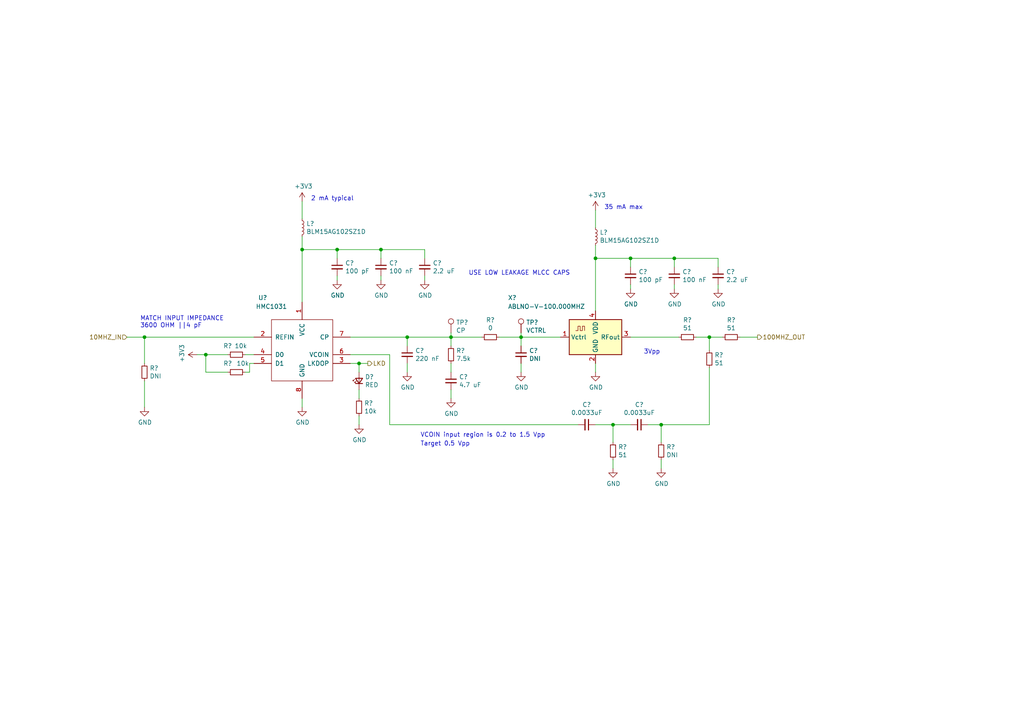
<source format=kicad_sch>
(kicad_sch (version 20210126) (generator eeschema)
  (paper "A4")
  (junction (at 41.91 97.79) (diameter 0.9144))
  (junction (at 59.69 102.87) (diameter 0.9144))
  (junction (at 87.63 -158.75) (diameter 0.9144))
  (junction (at 87.63 72.39) (diameter 0.9144))
  (junction (at 97.79 72.39) (diameter 0.9144))
  (junction (at 104.14 105.41) (diameter 0.9144))
  (junction (at 110.49 72.39) (diameter 0.9144))
  (junction (at 113.03 -158.75) (diameter 0.9144))
  (junction (at 118.11 97.79) (diameter 0.9144))
  (junction (at 124.46 -203.2) (diameter 0.9144))
  (junction (at 125.73 -71.12) (diameter 0.9144))
  (junction (at 127 -158.75) (diameter 0.9144))
  (junction (at 130.81 97.79) (diameter 0.9144))
  (junction (at 134.62 -158.75) (diameter 0.9144))
  (junction (at 135.89 -71.12) (diameter 0.9144))
  (junction (at 143.51 -43.18) (diameter 0.9144))
  (junction (at 148.59 -71.12) (diameter 0.9144))
  (junction (at 151.13 97.79) (diameter 0.9144))
  (junction (at 172.72 -234.95) (diameter 0.9144))
  (junction (at 172.72 74.93) (diameter 0.9144))
  (junction (at 173.99 -247.65) (diameter 0.9144))
  (junction (at 175.26 -234.95) (diameter 0.9144))
  (junction (at 177.8 -43.18) (diameter 0.9144))
  (junction (at 177.8 123.19) (diameter 0.9144))
  (junction (at 181.61 -234.95) (diameter 0.9144))
  (junction (at 182.88 74.93) (diameter 0.9144))
  (junction (at 191.77 123.19) (diameter 0.9144))
  (junction (at 195.58 74.93) (diameter 0.9144))
  (junction (at 205.74 97.79) (diameter 0.9144))
  (junction (at 226.06 -210.82) (diameter 0.9144))
  (junction (at 267.97 -156.21) (diameter 0.9144))
  (junction (at 280.67 -156.21) (diameter 0.9144))
  (junction (at 306.07 -153.67) (diameter 0.9144))
  (junction (at 308.61 -193.04) (diameter 0.9144))
  (junction (at 309.88 -138.43) (diameter 0.9144))
  (junction (at 317.5 -135.89) (diameter 0.9144))
  (junction (at 321.31 -193.04) (diameter 0.9144))
  (junction (at 331.47 -204.47) (diameter 0.9144))
  (junction (at 331.47 -193.04) (diameter 0.9144))
  (junction (at 331.47 -128.27) (diameter 0.9144))
  (junction (at 334.01 -193.04) (diameter 0.9144))
  (junction (at 344.17 -193.04) (diameter 0.9144))
  (junction (at 356.87 -193.04) (diameter 0.9144))
  (junction (at 360.68 -154.94) (diameter 0.9144))
  (junction (at 360.68 -121.92) (diameter 0.9144))
  (junction (at 364.49 107.95) (diameter 0.9144))
  (junction (at 377.19 107.95) (diameter 0.9144))
  (junction (at 402.59 110.49) (diameter 0.9144))
  (junction (at 405.13 71.12) (diameter 0.9144))
  (junction (at 406.4 125.73) (diameter 0.9144))
  (junction (at 414.02 128.27) (diameter 0.9144))
  (junction (at 417.83 71.12) (diameter 0.9144))
  (junction (at 427.99 59.69) (diameter 0.9144))
  (junction (at 427.99 71.12) (diameter 0.9144))
  (junction (at 427.99 135.89) (diameter 0.9144))
  (junction (at 430.53 71.12) (diameter 0.9144))
  (junction (at 440.69 71.12) (diameter 0.9144))
  (junction (at 453.39 71.12) (diameter 0.9144))
  (junction (at 457.2 109.22) (diameter 0.9144))
  (junction (at 457.2 142.24) (diameter 0.9144))
  (junction (at 482.6 109.22) (diameter 0.9144))
  (junction (at 482.6 142.24) (diameter 0.9144))
  (junction (at 490.22 109.22) (diameter 0.9144))
  (junction (at 490.22 142.24) (diameter 0.9144))
  (junction (at 500.38 109.22) (diameter 0.9144))
  (junction (at 500.38 142.24) (diameter 0.9144))
  (wire (pts (xy 36.83 97.79) (xy 41.91 97.79)))
  (wire (pts (xy 41.91 97.79) (xy 73.66 97.79)))
  (wire (pts (xy 41.91 105.41) (xy 41.91 97.79)))
  (wire (pts (xy 41.91 118.11) (xy 41.91 110.49)))
  (wire (pts (xy 59.69 102.87) (xy 57.15 102.87)))
  (wire (pts (xy 59.69 102.87) (xy 59.69 107.95)))
  (wire (pts (xy 59.69 102.87) (xy 66.04 102.87)))
  (wire (pts (xy 59.69 107.95) (xy 66.04 107.95)))
  (wire (pts (xy 71.12 102.87) (xy 73.66 102.87)))
  (wire (pts (xy 71.12 107.95) (xy 72.39 107.95)))
  (wire (pts (xy 72.39 105.41) (xy 73.66 105.41)))
  (wire (pts (xy 72.39 107.95) (xy 72.39 105.41)))
  (wire (pts (xy 77.47 -153.67) (xy 77.47 -146.05)))
  (wire (pts (xy 82.55 -158.75) (xy 87.63 -158.75)))
  (wire (pts (xy 87.63 -158.75) (xy 91.44 -158.75)))
  (wire (pts (xy 87.63 -154.94) (xy 87.63 -158.75)))
  (wire (pts (xy 87.63 -147.32) (xy 87.63 -146.05)))
  (wire (pts (xy 87.63 58.42) (xy 87.63 63.5)))
  (wire (pts (xy 87.63 68.58) (xy 87.63 72.39)))
  (wire (pts (xy 87.63 72.39) (xy 87.63 87.63)))
  (wire (pts (xy 87.63 72.39) (xy 97.79 72.39)))
  (wire (pts (xy 87.63 115.57) (xy 87.63 118.11)))
  (wire (pts (xy 96.52 -158.75) (xy 105.41 -158.75)))
  (wire (pts (xy 97.79 72.39) (xy 97.79 74.93)))
  (wire (pts (xy 97.79 72.39) (xy 110.49 72.39)))
  (wire (pts (xy 97.79 80.01) (xy 97.79 81.28)))
  (wire (pts (xy 101.6 97.79) (xy 118.11 97.79)))
  (wire (pts (xy 101.6 102.87) (xy 113.03 102.87)))
  (wire (pts (xy 101.6 105.41) (xy 104.14 105.41)))
  (wire (pts (xy 104.14 105.41) (xy 106.68 105.41)))
  (wire (pts (xy 104.14 107.95) (xy 104.14 105.41)))
  (wire (pts (xy 104.14 115.57) (xy 104.14 113.03)))
  (wire (pts (xy 104.14 123.19) (xy 104.14 120.65)))
  (wire (pts (xy 110.49 -158.75) (xy 113.03 -158.75)))
  (wire (pts (xy 110.49 72.39) (xy 110.49 74.93)))
  (wire (pts (xy 110.49 72.39) (xy 123.19 72.39)))
  (wire (pts (xy 110.49 81.28) (xy 110.49 80.01)))
  (wire (pts (xy 113.03 -158.75) (xy 113.03 -154.94)))
  (wire (pts (xy 113.03 -158.75) (xy 127 -158.75)))
  (wire (pts (xy 113.03 -149.86) (xy 113.03 -146.05)))
  (wire (pts (xy 113.03 102.87) (xy 113.03 123.19)))
  (wire (pts (xy 118.11 97.79) (xy 118.11 100.33)))
  (wire (pts (xy 118.11 97.79) (xy 130.81 97.79)))
  (wire (pts (xy 118.11 105.41) (xy 118.11 107.95)))
  (wire (pts (xy 119.38 -205.74) (xy 165.1 -205.74)))
  (wire (pts (xy 119.38 -203.2) (xy 124.46 -203.2)))
  (wire (pts (xy 123.19 72.39) (xy 123.19 74.93)))
  (wire (pts (xy 123.19 80.01) (xy 123.19 81.28)))
  (wire (pts (xy 124.46 -203.2) (xy 124.46 -190.5)))
  (wire (pts (xy 124.46 -203.2) (xy 165.1 -203.2)))
  (wire (pts (xy 124.46 -190.5) (xy 132.08 -190.5)))
  (wire (pts (xy 125.73 -91.44) (xy 125.73 -80.01)))
  (wire (pts (xy 125.73 -74.93) (xy 125.73 -71.12)))
  (wire (pts (xy 125.73 -71.12) (xy 125.73 -55.88)))
  (wire (pts (xy 125.73 -71.12) (xy 135.89 -71.12)))
  (wire (pts (xy 125.73 -30.48) (xy 125.73 -27.94)))
  (wire (pts (xy 127 -158.75) (xy 127 -153.67)))
  (wire (pts (xy 127 -158.75) (xy 134.62 -158.75)))
  (wire (pts (xy 127 -146.05) (xy 127 -148.59)))
  (wire (pts (xy 130.81 96.52) (xy 130.81 97.79)))
  (wire (pts (xy 130.81 97.79) (xy 130.81 100.33)))
  (wire (pts (xy 130.81 97.79) (xy 139.7 97.79)))
  (wire (pts (xy 130.81 107.95) (xy 130.81 105.41)))
  (wire (pts (xy 130.81 115.57) (xy 130.81 113.03)))
  (wire (pts (xy 134.62 -158.75) (xy 134.62 -153.67)))
  (wire (pts (xy 134.62 -158.75) (xy 151.13 -158.75)))
  (wire (pts (xy 134.62 -148.59) (xy 134.62 -146.05)))
  (wire (pts (xy 135.89 -71.12) (xy 135.89 -68.58)))
  (wire (pts (xy 135.89 -71.12) (xy 148.59 -71.12)))
  (wire (pts (xy 135.89 -63.5) (xy 135.89 -62.23)))
  (wire (pts (xy 138.43 -43.18) (xy 143.51 -43.18)))
  (wire (pts (xy 139.7 -193.04) (xy 139.7 -196.85)))
  (wire (pts (xy 139.7 -187.96) (xy 139.7 -185.42)))
  (wire (pts (xy 143.51 -43.18) (xy 149.86 -43.18)))
  (wire (pts (xy 143.51 -31.75) (xy 143.51 -43.18)))
  (wire (pts (xy 143.51 -26.67) (xy 143.51 -24.13)))
  (wire (pts (xy 144.78 97.79) (xy 151.13 97.79)))
  (wire (pts (xy 146.05 -190.5) (xy 152.4 -190.5)))
  (wire (pts (xy 148.59 -71.12) (xy 148.59 -68.58)))
  (wire (pts (xy 148.59 -71.12) (xy 161.29 -71.12)))
  (wire (pts (xy 148.59 -62.23) (xy 148.59 -63.5)))
  (wire (pts (xy 151.13 96.52) (xy 151.13 97.79)))
  (wire (pts (xy 151.13 97.79) (xy 151.13 100.33)))
  (wire (pts (xy 151.13 97.79) (xy 162.56 97.79)))
  (wire (pts (xy 151.13 107.95) (xy 151.13 105.41)))
  (wire (pts (xy 152.4 -200.66) (xy 165.1 -200.66)))
  (wire (pts (xy 152.4 -190.5) (xy 152.4 -200.66)))
  (wire (pts (xy 154.94 -43.18) (xy 177.8 -43.18)))
  (wire (pts (xy 156.21 -158.75) (xy 161.29 -158.75)))
  (wire (pts (xy 161.29 -71.12) (xy 161.29 -68.58)))
  (wire (pts (xy 161.29 -63.5) (xy 161.29 -62.23)))
  (wire (pts (xy 163.83 -234.95) (xy 163.83 -232.41)))
  (wire (pts (xy 163.83 -227.33) (xy 163.83 -224.79)))
  (wire (pts (xy 167.64 123.19) (xy 113.03 123.19)))
  (wire (pts (xy 172.72 -247.65) (xy 172.72 -234.95)))
  (wire (pts (xy 172.72 -234.95) (xy 163.83 -234.95)))
  (wire (pts (xy 172.72 -215.9) (xy 172.72 -234.95)))
  (wire (pts (xy 172.72 60.96) (xy 172.72 66.04)))
  (wire (pts (xy 172.72 71.12) (xy 172.72 74.93)))
  (wire (pts (xy 172.72 74.93) (xy 172.72 90.17)))
  (wire (pts (xy 172.72 74.93) (xy 182.88 74.93)))
  (wire (pts (xy 172.72 105.41) (xy 172.72 107.95)))
  (wire (pts (xy 173.99 -247.65) (xy 172.72 -247.65)))
  (wire (pts (xy 173.99 -247.65) (xy 173.99 -250.19)))
  (wire (pts (xy 175.26 -247.65) (xy 173.99 -247.65)))
  (wire (pts (xy 175.26 -243.84) (xy 175.26 -247.65)))
  (wire (pts (xy 175.26 -238.76) (xy 175.26 -234.95)))
  (wire (pts (xy 175.26 -234.95) (xy 175.26 -215.9)))
  (wire (pts (xy 175.26 -190.5) (xy 175.26 -187.96)))
  (wire (pts (xy 177.8 -153.67) (xy 205.74 -153.67)))
  (wire (pts (xy 177.8 -43.18) (xy 177.8 -153.67)))
  (wire (pts (xy 177.8 -39.37) (xy 177.8 -43.18)))
  (wire (pts (xy 177.8 -31.75) (xy 177.8 -34.29)))
  (wire (pts (xy 177.8 -26.67) (xy 177.8 -24.13)))
  (wire (pts (xy 177.8 123.19) (xy 172.72 123.19)))
  (wire (pts (xy 177.8 128.27) (xy 177.8 123.19)))
  (wire (pts (xy 177.8 135.89) (xy 177.8 133.35)))
  (wire (pts (xy 181.61 -234.95) (xy 175.26 -234.95)))
  (wire (pts (xy 181.61 -234.95) (xy 193.04 -234.95)))
  (wire (pts (xy 181.61 -232.41) (xy 181.61 -234.95)))
  (wire (pts (xy 181.61 -227.33) (xy 181.61 -224.79)))
  (wire (pts (xy 182.88 74.93) (xy 182.88 77.47)))
  (wire (pts (xy 182.88 74.93) (xy 195.58 74.93)))
  (wire (pts (xy 182.88 82.55) (xy 182.88 83.82)))
  (wire (pts (xy 182.88 97.79) (xy 196.85 97.79)))
  (wire (pts (xy 182.88 123.19) (xy 177.8 123.19)))
  (wire (pts (xy 185.42 -210.82) (xy 226.06 -210.82)))
  (wire (pts (xy 185.42 -195.58) (xy 198.12 -195.58)))
  (wire (pts (xy 187.96 123.19) (xy 191.77 123.19)))
  (wire (pts (xy 191.77 123.19) (xy 191.77 128.27)))
  (wire (pts (xy 191.77 123.19) (xy 205.74 123.19)))
  (wire (pts (xy 191.77 133.35) (xy 191.77 135.89)))
  (wire (pts (xy 193.04 -234.95) (xy 193.04 -232.41)))
  (wire (pts (xy 193.04 -227.33) (xy 193.04 -224.79)))
  (wire (pts (xy 195.58 74.93) (xy 195.58 77.47)))
  (wire (pts (xy 195.58 74.93) (xy 208.28 74.93)))
  (wire (pts (xy 195.58 83.82) (xy 195.58 82.55)))
  (wire (pts (xy 198.12 -195.58) (xy 198.12 -166.37)))
  (wire (pts (xy 198.12 -166.37) (xy 205.74 -166.37)))
  (wire (pts (xy 201.93 97.79) (xy 205.74 97.79)))
  (wire (pts (xy 205.74 -158.75) (xy 166.37 -158.75)))
  (wire (pts (xy 205.74 97.79) (xy 205.74 101.6)))
  (wire (pts (xy 205.74 97.79) (xy 209.55 97.79)))
  (wire (pts (xy 205.74 123.19) (xy 205.74 106.68)))
  (wire (pts (xy 208.28 74.93) (xy 208.28 77.47)))
  (wire (pts (xy 208.28 82.55) (xy 208.28 83.82)))
  (wire (pts (xy 213.36 -148.59) (xy 213.36 -147.32)))
  (wire (pts (xy 219.71 97.79) (xy 214.63 97.79)))
  (wire (pts (xy 220.98 -156.21) (xy 259.08 -156.21)))
  (wire (pts (xy 226.06 -213.36) (xy 226.06 -210.82)))
  (wire (pts (xy 226.06 -210.82) (xy 226.06 -166.37)))
  (wire (pts (xy 226.06 -166.37) (xy 220.98 -166.37)))
  (wire (pts (xy 264.16 -156.21) (xy 267.97 -156.21)))
  (wire (pts (xy 267.97 -156.21) (xy 271.78 -156.21)))
  (wire (pts (xy 267.97 -152.4) (xy 267.97 -156.21)))
  (wire (pts (xy 267.97 -144.78) (xy 267.97 -147.32)))
  (wire (pts (xy 267.97 -139.7) (xy 267.97 -135.89)))
  (wire (pts (xy 276.86 -156.21) (xy 280.67 -156.21)))
  (wire (pts (xy 280.67 -156.21) (xy 280.67 -154.94)))
  (wire (pts (xy 280.67 -156.21) (xy 321.31 -156.21)))
  (wire (pts (xy 280.67 -149.86) (xy 280.67 -147.32)))
  (wire (pts (xy 280.67 -147.32) (xy 288.29 -147.32)))
  (wire (pts (xy 288.29 -153.67) (xy 306.07 -153.67)))
  (wire (pts (xy 288.29 -147.32) (xy 288.29 -153.67)))
  (wire (pts (xy 295.91 -193.04) (xy 295.91 -190.5)))
  (wire (pts (xy 295.91 -185.42) (xy 295.91 -184.15)))
  (wire (pts (xy 303.53 -135.89) (xy 317.5 -135.89)))
  (wire (pts (xy 306.07 -153.67) (xy 306.07 -152.4)))
  (wire (pts (xy 306.07 -153.67) (xy 321.31 -153.67)))
  (wire (pts (xy 306.07 -146.05) (xy 306.07 -147.32)))
  (wire (pts (xy 308.61 -193.04) (xy 295.91 -193.04)))
  (wire (pts (xy 308.61 -193.04) (xy 308.61 -190.5)))
  (wire (pts (xy 308.61 -184.15) (xy 308.61 -185.42)))
  (wire (pts (xy 309.88 -138.43) (xy 303.53 -138.43)))
  (wire (pts (xy 309.88 -138.43) (xy 321.31 -138.43)))
  (wire (pts (xy 309.88 -133.35) (xy 309.88 -138.43)))
  (wire (pts (xy 309.88 -125.73) (xy 309.88 -128.27)))
  (wire (pts (xy 317.5 -135.89) (xy 321.31 -135.89)))
  (wire (pts (xy 317.5 -133.35) (xy 317.5 -135.89)))
  (wire (pts (xy 317.5 -125.73) (xy 317.5 -128.27)))
  (wire (pts (xy 318.77 -146.05) (xy 321.31 -146.05)))
  (wire (pts (xy 318.77 -143.51) (xy 321.31 -143.51)))
  (wire (pts (xy 321.31 -193.04) (xy 308.61 -193.04)))
  (wire (pts (xy 321.31 -193.04) (xy 321.31 -190.5)))
  (wire (pts (xy 321.31 -185.42) (xy 321.31 -184.15)))
  (wire (pts (xy 331.47 -207.01) (xy 331.47 -204.47)))
  (wire (pts (xy 331.47 -204.47) (xy 331.47 -201.93)))
  (wire (pts (xy 331.47 -204.47) (xy 334.01 -204.47)))
  (wire (pts (xy 331.47 -196.85) (xy 331.47 -193.04)))
  (wire (pts (xy 331.47 -193.04) (xy 321.31 -193.04)))
  (wire (pts (xy 331.47 -193.04) (xy 331.47 -161.29)))
  (wire (pts (xy 331.47 -130.81) (xy 331.47 -128.27)))
  (wire (pts (xy 331.47 -128.27) (xy 331.47 -125.73)))
  (wire (pts (xy 334.01 -204.47) (xy 334.01 -201.93)))
  (wire (pts (xy 334.01 -196.85) (xy 334.01 -193.04)))
  (wire (pts (xy 334.01 -193.04) (xy 334.01 -161.29)))
  (wire (pts (xy 334.01 -193.04) (xy 344.17 -193.04)))
  (wire (pts (xy 334.01 -130.81) (xy 334.01 -128.27)))
  (wire (pts (xy 334.01 -128.27) (xy 331.47 -128.27)))
  (wire (pts (xy 340.36 107.95) (xy 355.6 107.95)))
  (wire (pts (xy 341.63 -148.59) (xy 347.98 -148.59)))
  (wire (pts (xy 344.17 -193.04) (xy 344.17 -190.5)))
  (wire (pts (xy 344.17 -193.04) (xy 356.87 -193.04)))
  (wire (pts (xy 344.17 -185.42) (xy 344.17 -184.15)))
  (wire (pts (xy 347.98 -148.59) (xy 347.98 -154.94)))
  (wire (pts (xy 347.98 -143.51) (xy 341.63 -143.51)))
  (wire (pts (xy 347.98 -143.51) (xy 347.98 -121.92)))
  (wire (pts (xy 353.06 -154.94) (xy 347.98 -154.94)))
  (wire (pts (xy 353.06 -121.92) (xy 347.98 -121.92)))
  (wire (pts (xy 356.87 -193.04) (xy 356.87 -190.5)))
  (wire (pts (xy 356.87 -193.04) (xy 369.57 -193.04)))
  (wire (pts (xy 356.87 -184.15) (xy 356.87 -185.42)))
  (wire (pts (xy 358.14 -154.94) (xy 360.68 -154.94)))
  (wire (pts (xy 358.14 -121.92) (xy 360.68 -121.92)))
  (wire (pts (xy 360.68 -154.94) (xy 363.22 -154.94)))
  (wire (pts (xy 360.68 -152.4) (xy 360.68 -154.94)))
  (wire (pts (xy 360.68 -144.78) (xy 360.68 -147.32)))
  (wire (pts (xy 360.68 -138.43) (xy 360.68 -139.7)))
  (wire (pts (xy 360.68 -121.92) (xy 363.22 -121.92)))
  (wire (pts (xy 360.68 -119.38) (xy 360.68 -121.92)))
  (wire (pts (xy 360.68 -111.76) (xy 360.68 -114.3)))
  (wire (pts (xy 360.68 -105.41) (xy 360.68 -106.68)))
  (wire (pts (xy 360.68 107.95) (xy 364.49 107.95)))
  (wire (pts (xy 364.49 107.95) (xy 368.3 107.95)))
  (wire (pts (xy 364.49 111.76) (xy 364.49 107.95)))
  (wire (pts (xy 364.49 119.38) (xy 364.49 116.84)))
  (wire (pts (xy 364.49 124.46) (xy 364.49 128.27)))
  (wire (pts (xy 369.57 -193.04) (xy 369.57 -190.5)))
  (wire (pts (xy 369.57 -185.42) (xy 369.57 -184.15)))
  (wire (pts (xy 373.38 107.95) (xy 377.19 107.95)))
  (wire (pts (xy 377.19 -154.94) (xy 368.3 -154.94)))
  (wire (pts (xy 377.19 -121.92) (xy 368.3 -121.92)))
  (wire (pts (xy 377.19 107.95) (xy 377.19 109.22)))
  (wire (pts (xy 377.19 107.95) (xy 417.83 107.95)))
  (wire (pts (xy 377.19 114.3) (xy 377.19 116.84)))
  (wire (pts (xy 377.19 116.84) (xy 384.81 116.84)))
  (wire (pts (xy 382.27 -116.84) (xy 382.27 -114.3)))
  (wire (pts (xy 384.81 110.49) (xy 402.59 110.49)))
  (wire (pts (xy 384.81 116.84) (xy 384.81 110.49)))
  (wire (pts (xy 392.43 71.12) (xy 392.43 73.66)))
  (wire (pts (xy 392.43 78.74) (xy 392.43 80.01)))
  (wire (pts (xy 400.05 128.27) (xy 414.02 128.27)))
  (wire (pts (xy 402.59 110.49) (xy 402.59 111.76)))
  (wire (pts (xy 402.59 110.49) (xy 417.83 110.49)))
  (wire (pts (xy 402.59 118.11) (xy 402.59 116.84)))
  (wire (pts (xy 405.13 71.12) (xy 392.43 71.12)))
  (wire (pts (xy 405.13 71.12) (xy 405.13 73.66)))
  (wire (pts (xy 405.13 80.01) (xy 405.13 78.74)))
  (wire (pts (xy 406.4 125.73) (xy 400.05 125.73)))
  (wire (pts (xy 406.4 125.73) (xy 417.83 125.73)))
  (wire (pts (xy 406.4 130.81) (xy 406.4 125.73)))
  (wire (pts (xy 406.4 138.43) (xy 406.4 135.89)))
  (wire (pts (xy 414.02 128.27) (xy 417.83 128.27)))
  (wire (pts (xy 414.02 130.81) (xy 414.02 128.27)))
  (wire (pts (xy 414.02 138.43) (xy 414.02 135.89)))
  (wire (pts (xy 415.29 118.11) (xy 417.83 118.11)))
  (wire (pts (xy 415.29 120.65) (xy 417.83 120.65)))
  (wire (pts (xy 417.83 71.12) (xy 405.13 71.12)))
  (wire (pts (xy 417.83 71.12) (xy 417.83 73.66)))
  (wire (pts (xy 417.83 78.74) (xy 417.83 80.01)))
  (wire (pts (xy 427.99 57.15) (xy 427.99 59.69)))
  (wire (pts (xy 427.99 59.69) (xy 427.99 62.23)))
  (wire (pts (xy 427.99 59.69) (xy 430.53 59.69)))
  (wire (pts (xy 427.99 67.31) (xy 427.99 71.12)))
  (wire (pts (xy 427.99 71.12) (xy 417.83 71.12)))
  (wire (pts (xy 427.99 71.12) (xy 427.99 102.87)))
  (wire (pts (xy 427.99 133.35) (xy 427.99 135.89)))
  (wire (pts (xy 427.99 135.89) (xy 427.99 138.43)))
  (wire (pts (xy 430.53 59.69) (xy 430.53 62.23)))
  (wire (pts (xy 430.53 67.31) (xy 430.53 71.12)))
  (wire (pts (xy 430.53 71.12) (xy 430.53 102.87)))
  (wire (pts (xy 430.53 71.12) (xy 440.69 71.12)))
  (wire (pts (xy 430.53 133.35) (xy 430.53 135.89)))
  (wire (pts (xy 430.53 135.89) (xy 427.99 135.89)))
  (wire (pts (xy 438.15 115.57) (xy 444.5 115.57)))
  (wire (pts (xy 440.69 71.12) (xy 440.69 73.66)))
  (wire (pts (xy 440.69 71.12) (xy 453.39 71.12)))
  (wire (pts (xy 440.69 78.74) (xy 440.69 80.01)))
  (wire (pts (xy 444.5 115.57) (xy 444.5 109.22)))
  (wire (pts (xy 444.5 120.65) (xy 438.15 120.65)))
  (wire (pts (xy 444.5 120.65) (xy 444.5 142.24)))
  (wire (pts (xy 449.58 109.22) (xy 444.5 109.22)))
  (wire (pts (xy 449.58 142.24) (xy 444.5 142.24)))
  (wire (pts (xy 453.39 71.12) (xy 453.39 73.66)))
  (wire (pts (xy 453.39 71.12) (xy 466.09 71.12)))
  (wire (pts (xy 453.39 80.01) (xy 453.39 78.74)))
  (wire (pts (xy 454.66 109.22) (xy 457.2 109.22)))
  (wire (pts (xy 454.66 142.24) (xy 457.2 142.24)))
  (wire (pts (xy 457.2 109.22) (xy 463.55 109.22)))
  (wire (pts (xy 457.2 111.76) (xy 457.2 109.22)))
  (wire (pts (xy 457.2 119.38) (xy 457.2 116.84)))
  (wire (pts (xy 457.2 125.73) (xy 457.2 124.46)))
  (wire (pts (xy 457.2 142.24) (xy 463.55 142.24)))
  (wire (pts (xy 457.2 144.78) (xy 457.2 142.24)))
  (wire (pts (xy 457.2 152.4) (xy 457.2 149.86)))
  (wire (pts (xy 457.2 158.75) (xy 457.2 157.48)))
  (wire (pts (xy 466.09 71.12) (xy 466.09 73.66)))
  (wire (pts (xy 466.09 78.74) (xy 466.09 80.01)))
  (wire (pts (xy 468.63 109.22) (xy 473.71 109.22)))
  (wire (pts (xy 468.63 142.24) (xy 473.71 142.24)))
  (wire (pts (xy 478.79 109.22) (xy 482.6 109.22)))
  (wire (pts (xy 478.79 142.24) (xy 482.6 142.24)))
  (wire (pts (xy 482.6 109.22) (xy 490.22 109.22)))
  (wire (pts (xy 482.6 113.03) (xy 482.6 109.22)))
  (wire (pts (xy 482.6 120.65) (xy 482.6 118.11)))
  (wire (pts (xy 482.6 142.24) (xy 490.22 142.24)))
  (wire (pts (xy 482.6 146.05) (xy 482.6 142.24)))
  (wire (pts (xy 482.6 153.67) (xy 482.6 151.13)))
  (wire (pts (xy 490.22 109.22) (xy 500.38 109.22)))
  (wire (pts (xy 490.22 113.03) (xy 490.22 109.22)))
  (wire (pts (xy 490.22 118.11) (xy 490.22 120.65)))
  (wire (pts (xy 490.22 142.24) (xy 500.38 142.24)))
  (wire (pts (xy 490.22 146.05) (xy 490.22 142.24)))
  (wire (pts (xy 490.22 151.13) (xy 490.22 153.67)))
  (wire (pts (xy 500.38 109.22) (xy 510.54 109.22)))
  (wire (pts (xy 500.38 111.76) (xy 500.38 109.22)))
  (wire (pts (xy 500.38 119.38) (xy 500.38 120.65)))
  (wire (pts (xy 500.38 142.24) (xy 510.54 142.24)))
  (wire (pts (xy 500.38 144.78) (xy 500.38 142.24)))
  (wire (pts (xy 500.38 152.4) (xy 500.38 153.67)))
  (wire (pts (xy 515.62 114.3) (xy 515.62 120.65)))
  (wire (pts (xy 515.62 147.32) (xy 515.62 153.67)))
  (text "TODO: TPD1E04U04 IS A BAD CHOICE FOR AC COUPLED SIGNALS, WILL CLIP BELOW 0.7V.\nFIND A NEW TVS DIODE" (at 30.48 -125.73 0) (effects (font (size 2.9972 2.9972)) (justify left bottom)))
  (text "MATCH INPUT IMPEDANCE\n3600 OHM ||4 pF" (at 40.64 95.25 0) (effects (font (size 1.27 1.27)) (justify left bottom)))
  (text "2 mA typical" (at 90.17 58.42 0) (effects (font (size 1.27 1.27)) (justify left bottom)))
  (text "VCOIN input region is 0.2 to 1.5 Vpp" (at 121.92 127 0) (effects (font (size 1.27 1.27)) (justify left bottom)))
  (text "Target 0.5 Vpp" (at 121.92 129.54 0) (effects (font (size 1.27 1.27)) (justify left bottom)))
  (text "USE LOW LEAKAGE MLCC CAPS" (at 135.89 80.01 0) (effects (font (size 1.27 1.27)) (justify left bottom)))
  (text "35 mA max" (at 175.26 60.96 0) (effects (font (size 1.27 1.27)) (justify left bottom)))
  (text "3Vpp" (at 186.69 102.87 0) (effects (font (size 1.27 1.27)) (justify left bottom)))
  (text "5 mA" (at 328.93 -207.01 180) (effects (font (size 1.27 1.27)) (justify right bottom)))
  (text "30 mA" (at 336.55 -207.01 0) (effects (font (size 1.27 1.27)) (justify left bottom)))
  (text "HMC1031 recommended input region is 0.2 to 3.3 Vpp" (at 374.65 -157.48 0) (effects (font (size 1.27 1.27)) (justify left bottom)))
  (text "5 mA" (at 425.45 57.15 180) (effects (font (size 1.27 1.27)) (justify right bottom)))
  (text "30 mA" (at 433.07 57.15 0) (effects (font (size 1.27 1.27)) (justify left bottom)))
  (hierarchical_label "10MHZ_IN" (shape input) (at 36.83 97.79 180))
  (hierarchical_label "LKD" (shape output) (at 106.68 105.41 0))
  (hierarchical_label "RELAY_EN" (shape input) (at 119.38 -205.74 180))
  (hierarchical_label "REF_SEL" (shape input) (at 119.38 -203.2 180))
  (hierarchical_label "100MHZ_OUT" (shape output) (at 219.71 97.79 0))
  (hierarchical_label "SD1_10MHZ" (shape input) (at 303.53 -138.43 180))
  (hierarchical_label "SD2_10MHZ" (shape input) (at 303.53 -135.89 180))
  (hierarchical_label "FILTA" (shape input) (at 318.77 -146.05 180))
  (hierarchical_label "FILTB" (shape input) (at 318.77 -143.51 180))
  (hierarchical_label "REF_100MHZ_IN" (shape input) (at 340.36 107.95 180))
  (hierarchical_label "10MHZ_OUT" (shape output) (at 377.19 -154.94 0))
  (hierarchical_label "SD1_100MHZ" (shape input) (at 400.05 125.73 180))
  (hierarchical_label "SD2_100MHZ" (shape input) (at 400.05 128.27 180))
  (hierarchical_label "FILTA" (shape input) (at 415.29 118.11 180))
  (hierarchical_label "FILTB" (shape input) (at 415.29 120.65 180))
  (symbol (lib_id "Device:L_Small") (at 87.63 66.04 0) (unit 1)
    (property "Reference" "L?" (at 88.8492 64.8716 0) (effects (justify left)))
    (property "Value" "BLM15AG102SZ1D" (at 88.8492 67.183 0) (effects (justify left)))
    (property "Footprint" "Inductor_SMD:L_0402_1005Metric" (effects hide))
    (property "DIST_NAME" "Digi-Key" (effects hide))
    (property "DIST_PN" "BLM15AG102SZ1D" (effects hide))
  )
  (symbol (lib_id "Device:L_Small") (at 125.73 -77.47 0) (unit 1)
    (property "Reference" "L?" (at 126.9492 -78.6384 0) (effects (justify left)))
    (property "Value" "BLM18EG101TN1D" (at 126.9492 -76.327 0) (effects (justify left)))
    (property "Footprint" "Inductor_SMD:L_0603_1608Metric" (effects hide))
    (property "DIST_NAME" "Digi-Key" (effects hide))
    (property "DIST_PN" "BLM18EG101TN1D" (effects hide))
  )
  (symbol (lib_id "Device:L_Small") (at 134.62 -151.13 0) (mirror x) (unit 1)
    (property "Reference" "L?" (at 135.8392 -149.9616 0) (effects (justify left)))
    (property "Value" "110 nH" (at 135.8392 -152.273 0) (effects (justify left)))
    (property "Footprint" "Inductor_SMD:L_0603_1608Metric" (effects hide))
    (property "DIST_NAME" "Digi-Key" (effects hide))
    (property "DIST_PN" "490-6919-1-ND" (effects hide))
  )
  (symbol (lib_id "Device:L_Small") (at 163.83 -158.75 270) (mirror x) (unit 1)
    (property "Reference" "L?" (at 161.29 -165.1 90) (effects (justify left)))
    (property "Value" "5.6 uH" (at 161.29 -162.56 90) (effects (justify left)))
    (property "Footprint" "Inductor_SMD:L_0805_2012Metric" (effects hide))
    (property "MAN_NAME" "TDK" (effects hide))
    (property "MAN_PN" "MLF2012E5R6JTD25" (effects hide))
    (property "DIST_NAME" "Digi-Key" (effects hide))
    (property "DIST_PN" "445-181355-1-ND" (effects hide))
  )
  (symbol (lib_id "Device:L_Small") (at 172.72 68.58 0) (unit 1)
    (property "Reference" "L?" (at 173.9392 67.4116 0) (effects (justify left)))
    (property "Value" "BLM15AG102SZ1D" (at 173.9392 69.723 0) (effects (justify left)))
    (property "Footprint" "Inductor_SMD:L_0402_1005Metric" (effects hide))
    (property "DIST_NAME" "Digi-Key" (effects hide))
    (property "DIST_PN" "BLM15AG102SZ1D" (effects hide))
  )
  (symbol (lib_id "Device:L_Small") (at 331.47 -199.39 0) (mirror y) (unit 1)
    (property "Reference" "L?" (at 330.2508 -200.5584 0) (effects (justify left)))
    (property "Value" "BLM15AG102SZ1D" (at 330.2508 -198.247 0) (effects (justify left)))
    (property "Footprint" "Inductor_SMD:L_0402_1005Metric" (effects hide))
    (property "DIST_NAME" "Digi-Key" (effects hide))
    (property "DIST_PN" "BLM15AG102SZ1D" (effects hide))
  )
  (symbol (lib_id "Device:L_Small") (at 334.01 -199.39 0) (unit 1)
    (property "Reference" "L?" (at 335.2292 -200.5584 0) (effects (justify left)))
    (property "Value" "BLM15AG102SZ1D" (at 335.2292 -198.247 0) (effects (justify left)))
    (property "Footprint" "Inductor_SMD:L_0402_1005Metric" (effects hide))
    (property "DIST_NAME" "Digi-Key" (effects hide))
    (property "DIST_PN" "BLM15AG102SZ1D" (effects hide))
  )
  (symbol (lib_id "Device:L_Small") (at 427.99 64.77 0) (mirror y) (unit 1)
    (property "Reference" "L?" (at 426.7708 63.6016 0) (effects (justify left)))
    (property "Value" "BLM15AG102SZ1D" (at 426.7708 65.913 0) (effects (justify left)))
    (property "Footprint" "Inductor_SMD:L_0402_1005Metric" (effects hide))
    (property "DIST_NAME" "Digi-Key" (effects hide))
    (property "DIST_PN" "BLM15AG102SZ1D" (effects hide))
  )
  (symbol (lib_id "Device:L_Small") (at 430.53 64.77 0) (unit 1)
    (property "Reference" "L?" (at 431.7492 63.6016 0) (effects (justify left)))
    (property "Value" "BLM15AG102SZ1D" (at 431.7492 65.913 0) (effects (justify left)))
    (property "Footprint" "Inductor_SMD:L_0402_1005Metric" (effects hide))
    (property "DIST_NAME" "Digi-Key" (effects hide))
    (property "DIST_PN" "BLM15AG102SZ1D" (effects hide))
  )
  (symbol (lib_id "Device:L_Small") (at 476.25 109.22 270) (mirror x) (unit 1)
    (property "Reference" "L?" (at 473.71 102.87 90) (effects (justify left)))
    (property "Value" "560 nH" (at 473.71 105.41 90) (effects (justify left)))
    (property "Footprint" "Inductor_SMD:L_0805_2012Metric" (effects hide))
    (property "DIST_NAME" "Digi-Key" (effects hide))
    (property "DIST_PN" "A103767CT-ND" (effects hide))
  )
  (symbol (lib_id "Device:L_Small") (at 476.25 142.24 270) (mirror x) (unit 1)
    (property "Reference" "L?" (at 473.71 135.89 90) (effects (justify left)))
    (property "Value" "JMP" (at 473.71 138.43 90) (effects (justify left)))
    (property "Footprint" "Inductor_SMD:L_0805_2012Metric" (effects hide))
  )
  (symbol (lib_id "Device:L_Small") (at 490.22 115.57 0) (mirror x) (unit 1)
    (property "Reference" "L?" (at 491.4392 116.7384 0) (effects (justify left)))
    (property "Value" "11 nH" (at 491.4392 114.427 0) (effects (justify left)))
    (property "Footprint" "Inductor_SMD:L_0402_1005Metric" (effects hide))
  )
  (symbol (lib_id "Device:L_Small") (at 490.22 148.59 0) (mirror x) (unit 1)
    (property "Reference" "L?" (at 491.4392 149.7584 0) (effects (justify left)))
    (property "Value" "DNI" (at 491.4392 147.447 0) (effects (justify left)))
    (property "Footprint" "Inductor_SMD:L_0402_1005Metric" (effects hide))
  )
  (symbol (lib_id "Connector:TestPoint") (at 130.81 96.52 0) (unit 1)
    (property "Reference" "TP?" (at 132.2832 93.5228 0) (effects (justify left)))
    (property "Value" "CP" (at 132.2832 95.8342 0) (effects (justify left)))
    (property "Footprint" "TestPoint:TestPoint_Keystone_5015_Micro-Minature" (effects hide))
    (property "DIST_NAME" "Digi-Key" (effects hide))
    (property "DIST_PN" "36-5015CT-ND" (effects hide))
  )
  (symbol (lib_id "Connector:TestPoint") (at 151.13 96.52 0) (unit 1)
    (property "Reference" "TP?" (at 152.6032 93.5228 0) (effects (justify left)))
    (property "Value" "VCTRL" (at 152.6032 95.8342 0) (effects (justify left)))
    (property "Footprint" "TestPoint:TestPoint_Keystone_5015_Micro-Minature" (effects hide))
    (property "DIST_NAME" "Digi-Key" (effects hide))
    (property "DIST_PN" "36-5015CT-ND" (effects hide))
  )
  (symbol (lib_id "Connector:TestPoint") (at 226.06 -213.36 0) (unit 1)
    (property "Reference" "TP?" (at 227.5332 -216.3572 0) (effects (justify left)))
    (property "Value" "V_RELAY" (at 227.5332 -214.0458 0) (effects (justify left)))
    (property "Footprint" "TestPoint:TestPoint_Keystone_5015_Micro-Minature" (effects hide))
    (property "DIST_NAME" "Digi-Key" (effects hide))
    (property "DIST_PN" "36-5015CT-ND" (effects hide))
  )
  (symbol (lib_id "power:+3V3") (at 57.15 102.87 90) (unit 1)
    (property "Reference" "#PWR?" (effects hide))
    (property "Value" "+3V3" (at 52.7558 102.489 0))
  )
  (symbol (lib_id "power:+3V3") (at 87.63 58.42 0) (unit 1)
    (property "Reference" "#PWR?" (effects hide))
    (property "Value" "+3V3" (at 88.011 54.0258 0))
  )
  (symbol (lib_id "power:+3.3VP") (at 125.73 -91.44 0) (unit 1)
    (property "Reference" "#PWR?" (effects hide))
    (property "Value" "+3.3VP" (at 126.238 -95.0722 0))
  )
  (symbol (lib_id "power:+4V") (at 139.7 -196.85 0) (unit 1)
    (property "Reference" "#PWR?" (effects hide))
    (property "Value" "+4V" (at 140.081 -201.2442 0))
  )
  (symbol (lib_id "power:+3V3") (at 172.72 60.96 0) (unit 1)
    (property "Reference" "#PWR?" (effects hide))
    (property "Value" "+3V3" (at 173.101 56.5658 0))
  )
  (symbol (lib_id "power:+4V") (at 173.99 -250.19 0) (unit 1)
    (property "Reference" "#PWR?" (effects hide))
    (property "Value" "+4V" (at 174.371 -254.5842 0))
  )
  (symbol (lib_id "power:+3V3") (at 331.47 -207.01 0) (mirror y) (unit 1)
    (property "Reference" "#PWR?" (effects hide))
    (property "Value" "+3V3" (at 331.089 -211.4042 0))
  )
  (symbol (lib_id "power:+3V3") (at 427.99 57.15 0) (mirror y) (unit 1)
    (property "Reference" "#PWR?" (effects hide))
    (property "Value" "+3V3" (at 427.609 52.7558 0))
  )
  (symbol (lib_id "power:GND") (at 41.91 118.11 0) (unit 1)
    (property "Reference" "#PWR?" (effects hide))
    (property "Value" "GND" (at 42.037 122.5042 0))
  )
  (symbol (lib_id "power:GND") (at 77.47 -146.05 0) (unit 1)
    (property "Reference" "#PWR?" (effects hide))
    (property "Value" "GND" (at 77.597 -141.6558 0))
  )
  (symbol (lib_id "power:GND") (at 87.63 -146.05 0) (unit 1)
    (property "Reference" "#PWR?" (effects hide))
    (property "Value" "GND" (at 87.757 -141.6558 0))
  )
  (symbol (lib_id "power:GND") (at 87.63 118.11 0) (unit 1)
    (property "Reference" "#PWR?" (effects hide))
    (property "Value" "GND" (at 87.757 122.5042 0))
  )
  (symbol (lib_id "power:GND") (at 97.79 81.28 0) (unit 1)
    (property "Reference" "#PWR?" (effects hide))
    (property "Value" "GND" (at 97.917 85.6742 0))
  )
  (symbol (lib_id "power:GND") (at 104.14 123.19 0) (unit 1)
    (property "Reference" "#PWR?" (effects hide))
    (property "Value" "GND" (at 104.267 127.5842 0))
  )
  (symbol (lib_id "power:GND") (at 110.49 81.28 0) (unit 1)
    (property "Reference" "#PWR?" (effects hide))
    (property "Value" "GND" (at 110.617 85.6742 0))
  )
  (symbol (lib_id "power:GND") (at 113.03 -146.05 0) (unit 1)
    (property "Reference" "#PWR?" (effects hide))
    (property "Value" "GND" (at 113.157 -141.6558 0))
  )
  (symbol (lib_id "power:GND") (at 118.11 107.95 0) (unit 1)
    (property "Reference" "#PWR?" (effects hide))
    (property "Value" "GND" (at 118.237 112.3442 0))
  )
  (symbol (lib_id "power:GND") (at 123.19 81.28 0) (unit 1)
    (property "Reference" "#PWR?" (effects hide))
    (property "Value" "GND" (at 123.317 85.6742 0))
  )
  (symbol (lib_id "power:GND") (at 125.73 -27.94 0) (unit 1)
    (property "Reference" "#PWR?" (effects hide))
    (property "Value" "GND" (at 125.857 -23.5458 0))
  )
  (symbol (lib_id "power:GND") (at 127 -146.05 0) (unit 1)
    (property "Reference" "#PWR?" (effects hide))
    (property "Value" "GND" (at 127.127 -141.6558 0))
  )
  (symbol (lib_id "power:GND") (at 130.81 115.57 0) (unit 1)
    (property "Reference" "#PWR?" (effects hide))
    (property "Value" "GND" (at 130.937 119.9642 0))
  )
  (symbol (lib_id "power:GND") (at 134.62 -146.05 0) (unit 1)
    (property "Reference" "#PWR?" (effects hide))
    (property "Value" "GND" (at 134.747 -141.6558 0))
  )
  (symbol (lib_id "power:GND") (at 135.89 -62.23 0) (unit 1)
    (property "Reference" "#PWR?" (effects hide))
    (property "Value" "GND" (at 136.017 -57.8358 0))
  )
  (symbol (lib_id "power:GND") (at 139.7 -185.42 0) (unit 1)
    (property "Reference" "#PWR?" (effects hide))
    (property "Value" "GND" (at 139.827 -181.0258 0))
  )
  (symbol (lib_id "power:GND") (at 143.51 -24.13 0) (unit 1)
    (property "Reference" "#PWR?" (effects hide))
    (property "Value" "GND" (at 143.637 -19.7358 0))
  )
  (symbol (lib_id "power:GND") (at 148.59 -62.23 0) (unit 1)
    (property "Reference" "#PWR?" (effects hide))
    (property "Value" "GND" (at 148.717 -57.8358 0))
  )
  (symbol (lib_id "power:GND") (at 151.13 107.95 0) (unit 1)
    (property "Reference" "#PWR?" (effects hide))
    (property "Value" "GND" (at 151.257 112.3442 0))
  )
  (symbol (lib_id "power:GND") (at 161.29 -62.23 0) (unit 1)
    (property "Reference" "#PWR?" (effects hide))
    (property "Value" "GND" (at 161.417 -57.8358 0))
  )
  (symbol (lib_id "power:GND") (at 163.83 -224.79 0) (unit 1)
    (property "Reference" "#PWR?" (effects hide))
    (property "Value" "GND" (at 163.957 -220.3958 0))
  )
  (symbol (lib_id "power:GND") (at 172.72 107.95 0) (unit 1)
    (property "Reference" "#PWR?" (effects hide))
    (property "Value" "GND" (at 172.847 112.3442 0))
  )
  (symbol (lib_id "power:GND") (at 175.26 -187.96 0) (unit 1)
    (property "Reference" "#PWR?" (effects hide))
    (property "Value" "GND" (at 175.387 -183.5658 0))
  )
  (symbol (lib_id "power:GND") (at 177.8 -24.13 0) (unit 1)
    (property "Reference" "#PWR?" (effects hide))
    (property "Value" "GND" (at 177.927 -19.7358 0))
  )
  (symbol (lib_id "power:GND") (at 177.8 135.89 0) (unit 1)
    (property "Reference" "#PWR?" (effects hide))
    (property "Value" "GND" (at 177.927 140.2842 0))
  )
  (symbol (lib_id "power:GND") (at 181.61 -224.79 0) (unit 1)
    (property "Reference" "#PWR?" (effects hide))
    (property "Value" "GND" (at 181.737 -220.3958 0))
  )
  (symbol (lib_id "power:GND") (at 182.88 83.82 0) (unit 1)
    (property "Reference" "#PWR?" (effects hide))
    (property "Value" "GND" (at 183.007 88.2142 0))
  )
  (symbol (lib_id "power:GND") (at 191.77 135.89 0) (unit 1)
    (property "Reference" "#PWR?" (effects hide))
    (property "Value" "GND" (at 191.897 140.2842 0))
  )
  (symbol (lib_id "power:GND") (at 193.04 -224.79 0) (unit 1)
    (property "Reference" "#PWR?" (effects hide))
    (property "Value" "GND" (at 193.167 -220.3958 0))
  )
  (symbol (lib_id "power:GND") (at 195.58 83.82 0) (unit 1)
    (property "Reference" "#PWR?" (effects hide))
    (property "Value" "GND" (at 195.707 88.2142 0))
  )
  (symbol (lib_id "power:GND") (at 208.28 83.82 0) (unit 1)
    (property "Reference" "#PWR?" (effects hide))
    (property "Value" "GND" (at 208.407 88.2142 0))
  )
  (symbol (lib_id "power:GND") (at 213.36 -147.32 0) (mirror y) (unit 1)
    (property "Reference" "#PWR?" (effects hide))
    (property "Value" "GND" (at 213.233 -142.9258 0))
  )
  (symbol (lib_id "power:GND") (at 267.97 -135.89 0) (unit 1)
    (property "Reference" "#PWR?" (effects hide))
    (property "Value" "GND" (at 268.097 -131.4958 0))
  )
  (symbol (lib_id "power:GND") (at 295.91 -184.15 0) (mirror y) (unit 1)
    (property "Reference" "#PWR?" (effects hide))
    (property "Value" "GND" (at 295.783 -179.7558 0))
  )
  (symbol (lib_id "power:GND") (at 306.07 -146.05 0) (unit 1)
    (property "Reference" "#PWR?" (effects hide))
    (property "Value" "GND" (at 306.197 -141.6558 0))
  )
  (symbol (lib_id "power:GND") (at 308.61 -184.15 0) (mirror y) (unit 1)
    (property "Reference" "#PWR?" (effects hide))
    (property "Value" "GND" (at 308.483 -179.7558 0))
  )
  (symbol (lib_id "power:GND") (at 309.88 -125.73 0) (mirror y) (unit 1)
    (property "Reference" "#PWR?" (effects hide))
    (property "Value" "GND" (at 309.753 -121.3358 0))
  )
  (symbol (lib_id "power:GND") (at 317.5 -125.73 0) (mirror y) (unit 1)
    (property "Reference" "#PWR?" (effects hide))
    (property "Value" "GND" (at 317.373 -121.3358 0))
  )
  (symbol (lib_id "power:GND") (at 321.31 -184.15 0) (mirror y) (unit 1)
    (property "Reference" "#PWR?" (effects hide))
    (property "Value" "GND" (at 321.183 -179.7558 0))
  )
  (symbol (lib_id "power:GND") (at 331.47 -125.73 0) (mirror y) (unit 1)
    (property "Reference" "#PWR?" (effects hide))
    (property "Value" "GND" (at 331.343 -121.3358 0))
  )
  (symbol (lib_id "power:GND") (at 344.17 -184.15 0) (unit 1)
    (property "Reference" "#PWR?" (effects hide))
    (property "Value" "GND" (at 344.297 -179.7558 0))
  )
  (symbol (lib_id "power:GND") (at 356.87 -184.15 0) (unit 1)
    (property "Reference" "#PWR?" (effects hide))
    (property "Value" "GND" (at 356.997 -179.7558 0))
  )
  (symbol (lib_id "power:GND") (at 360.68 -138.43 0) (mirror y) (unit 1)
    (property "Reference" "#PWR?" (effects hide))
    (property "Value" "GND" (at 360.553 -134.0358 0))
  )
  (symbol (lib_id "power:GND") (at 360.68 -105.41 0) (mirror y) (unit 1)
    (property "Reference" "#PWR?" (effects hide))
    (property "Value" "GND" (at 360.553 -101.0158 0))
  )
  (symbol (lib_id "power:GND") (at 364.49 128.27 0) (unit 1)
    (property "Reference" "#PWR?" (effects hide))
    (property "Value" "GND" (at 364.617 132.6642 0))
  )
  (symbol (lib_id "power:GND") (at 369.57 -184.15 0) (unit 1)
    (property "Reference" "#PWR?" (effects hide))
    (property "Value" "GND" (at 369.697 -179.7558 0))
  )
  (symbol (lib_id "power:GND") (at 382.27 -114.3 0) (mirror y) (unit 1)
    (property "Reference" "#PWR?" (effects hide))
    (property "Value" "GND" (at 382.143 -109.9058 0))
  )
  (symbol (lib_id "power:GND") (at 392.43 80.01 0) (mirror y) (unit 1)
    (property "Reference" "#PWR?" (effects hide))
    (property "Value" "GND" (at 392.303 84.4042 0))
  )
  (symbol (lib_id "power:GND") (at 402.59 118.11 0) (unit 1)
    (property "Reference" "#PWR?" (effects hide))
    (property "Value" "GND" (at 402.717 122.5042 0))
  )
  (symbol (lib_id "power:GND") (at 405.13 80.01 0) (mirror y) (unit 1)
    (property "Reference" "#PWR?" (effects hide))
    (property "Value" "GND" (at 405.003 84.4042 0))
  )
  (symbol (lib_id "power:GND") (at 406.4 138.43 0) (mirror y) (unit 1)
    (property "Reference" "#PWR?" (effects hide))
    (property "Value" "GND" (at 406.273 142.8242 0))
  )
  (symbol (lib_id "power:GND") (at 414.02 138.43 0) (mirror y) (unit 1)
    (property "Reference" "#PWR?" (effects hide))
    (property "Value" "GND" (at 413.893 142.8242 0))
  )
  (symbol (lib_id "power:GND") (at 417.83 80.01 0) (mirror y) (unit 1)
    (property "Reference" "#PWR?" (effects hide))
    (property "Value" "GND" (at 417.703 84.4042 0))
  )
  (symbol (lib_id "power:GND") (at 427.99 138.43 0) (mirror y) (unit 1)
    (property "Reference" "#PWR?" (effects hide))
    (property "Value" "GND" (at 427.863 142.8242 0))
  )
  (symbol (lib_id "power:GND") (at 440.69 80.01 0) (unit 1)
    (property "Reference" "#PWR?" (effects hide))
    (property "Value" "GND" (at 440.817 84.4042 0))
  )
  (symbol (lib_id "power:GND") (at 453.39 80.01 0) (unit 1)
    (property "Reference" "#PWR?" (effects hide))
    (property "Value" "GND" (at 453.517 84.4042 0))
  )
  (symbol (lib_id "power:GND") (at 457.2 125.73 0) (mirror y) (unit 1)
    (property "Reference" "#PWR?" (effects hide))
    (property "Value" "GND" (at 457.073 130.1242 0))
  )
  (symbol (lib_id "power:GND") (at 457.2 158.75 0) (mirror y) (unit 1)
    (property "Reference" "#PWR?" (effects hide))
    (property "Value" "GND" (at 457.073 163.1442 0))
  )
  (symbol (lib_id "power:GND") (at 466.09 80.01 0) (unit 1)
    (property "Reference" "#PWR?" (effects hide))
    (property "Value" "GND" (at 466.217 84.4042 0))
  )
  (symbol (lib_id "power:GND") (at 482.6 120.65 0) (unit 1)
    (property "Reference" "#PWR?" (effects hide))
    (property "Value" "GND" (at 482.727 125.0442 0))
  )
  (symbol (lib_id "power:GND") (at 482.6 153.67 0) (unit 1)
    (property "Reference" "#PWR?" (effects hide))
    (property "Value" "GND" (at 482.727 158.0642 0))
  )
  (symbol (lib_id "power:GND") (at 490.22 120.65 0) (unit 1)
    (property "Reference" "#PWR?" (effects hide))
    (property "Value" "GND" (at 490.347 125.0442 0))
  )
  (symbol (lib_id "power:GND") (at 490.22 153.67 0) (unit 1)
    (property "Reference" "#PWR?" (effects hide))
    (property "Value" "GND" (at 490.347 158.0642 0))
  )
  (symbol (lib_id "power:GND") (at 500.38 120.65 0) (mirror y) (unit 1)
    (property "Reference" "#PWR?" (effects hide))
    (property "Value" "GND" (at 500.253 125.0442 0))
  )
  (symbol (lib_id "power:GND") (at 500.38 153.67 0) (mirror y) (unit 1)
    (property "Reference" "#PWR?" (effects hide))
    (property "Value" "GND" (at 500.253 158.0642 0))
  )
  (symbol (lib_id "power:GND") (at 515.62 120.65 0) (mirror y) (unit 1)
    (property "Reference" "#PWR?" (effects hide))
    (property "Value" "GND" (at 515.493 125.0442 0))
  )
  (symbol (lib_id "power:GND") (at 515.62 153.67 0) (mirror y) (unit 1)
    (property "Reference" "#PWR?" (effects hide))
    (property "Value" "GND" (at 515.493 158.0642 0))
  )
  (symbol (lib_id "Device:R_Small") (at 41.91 107.95 0) (unit 1)
    (property "Reference" "R?" (at 43.4086 106.7816 0) (effects (justify left)))
    (property "Value" "DNI" (at 43.4086 109.093 0) (effects (justify left)))
    (property "Footprint" "Resistor_SMD:R_0402_1005Metric" (effects hide))
  )
  (symbol (lib_id "Device:R_Small") (at 68.58 102.87 90) (unit 1)
    (property "Reference" "R?" (at 66.04 100.33 90))
    (property "Value" "10k" (at 69.85 100.33 90))
    (property "Footprint" "Resistor_SMD:R_0402_1005Metric" (effects hide))
  )
  (symbol (lib_id "Device:R_Small") (at 68.58 107.95 270) (unit 1)
    (property "Reference" "R?" (at 64.77 105.41 90) (effects (justify left)))
    (property "Value" "10k" (at 68.58 105.41 90) (effects (justify left)))
    (property "Footprint" "Resistor_SMD:R_0402_1005Metric" (effects hide))
  )
  (symbol (lib_id "Device:R_Small") (at 104.14 118.11 0) (unit 1)
    (property "Reference" "R?" (at 105.6386 116.9416 0) (effects (justify left)))
    (property "Value" "10k" (at 105.6386 119.253 0) (effects (justify left)))
    (property "Footprint" "Resistor_SMD:R_0402_1005Metric" (effects hide))
  )
  (symbol (lib_id "Device:R_Small") (at 107.95 -158.75 270) (unit 1)
    (property "Reference" "R?" (at 106.7816 -160.2486 0) (effects (justify right)))
    (property "Value" "JMP" (at 109.093 -160.2486 0) (effects (justify right)))
    (property "Footprint" "Resistor_SMD:R_0402_1005Metric" (effects hide))
  )
  (symbol (lib_id "Device:R_Small") (at 113.03 -152.4 180) (unit 1)
    (property "Reference" "R?" (at 114.5286 -153.5684 0) (effects (justify right)))
    (property "Value" "DNI" (at 114.5286 -151.257 0) (effects (justify right)))
    (property "Footprint" "Resistor_SMD:R_0402_1005Metric" (effects hide))
  )
  (symbol (lib_id "Device:R_Small") (at 130.81 102.87 0) (unit 1)
    (property "Reference" "R?" (at 132.3086 101.7016 0) (effects (justify left)))
    (property "Value" "7.5k" (at 132.3086 104.013 0) (effects (justify left)))
    (property "Footprint" "Resistor_SMD:R_0402_1005Metric" (effects hide))
  )
  (symbol (lib_id "Device:R_Small") (at 142.24 97.79 270) (unit 1)
    (property "Reference" "R?" (at 142.24 92.8116 90))
    (property "Value" "0" (at 142.24 95.123 90))
    (property "Footprint" "Resistor_SMD:R_0402_1005Metric" (effects hide))
  )
  (symbol (lib_id "Device:R_Small") (at 152.4 -43.18 270) (unit 1)
    (property "Reference" "R?" (at 151.2316 -44.6786 0) (effects (justify right)))
    (property "Value" "75" (at 153.543 -44.6786 0) (effects (justify right)))
    (property "Footprint" "Resistor_SMD:R_0402_1005Metric" (effects hide))
  )
  (symbol (lib_id "Device:R_Small") (at 177.8 -36.83 180) (unit 1)
    (property "Reference" "R?" (at 179.2986 -37.9984 0) (effects (justify right)))
    (property "Value" "100" (at 179.2986 -35.687 0) (effects (justify right)))
    (property "Footprint" "Resistor_SMD:R_0402_1005Metric" (effects hide))
  )
  (symbol (lib_id "Device:R_Small") (at 177.8 130.81 180) (unit 1)
    (property "Reference" "R?" (at 179.2986 129.6416 0) (effects (justify right)))
    (property "Value" "51" (at 179.2986 131.953 0) (effects (justify right)))
    (property "Footprint" "Resistor_SMD:R_0402_1005Metric" (effects hide))
  )
  (symbol (lib_id "Device:R_Small") (at 191.77 130.81 180) (unit 1)
    (property "Reference" "R?" (at 193.2686 129.6416 0) (effects (justify right)))
    (property "Value" "DNI" (at 193.2686 131.953 0) (effects (justify right)))
    (property "Footprint" "Resistor_SMD:R_0402_1005Metric" (effects hide))
  )
  (symbol (lib_id "Device:R_Small") (at 199.39 97.79 270) (unit 1)
    (property "Reference" "R?" (at 199.39 92.8116 90))
    (property "Value" "51" (at 199.39 95.123 90))
    (property "Footprint" "Resistor_SMD:R_0402_1005Metric" (effects hide))
  )
  (symbol (lib_id "Device:R_Small") (at 205.74 104.14 180) (unit 1)
    (property "Reference" "R?" (at 207.2386 102.9716 0) (effects (justify right)))
    (property "Value" "51" (at 207.2386 105.283 0) (effects (justify right)))
    (property "Footprint" "Resistor_SMD:R_0402_1005Metric" (effects hide))
  )
  (symbol (lib_id "Device:R_Small") (at 212.09 97.79 270) (unit 1)
    (property "Reference" "R?" (at 212.09 92.8116 90))
    (property "Value" "51" (at 212.09 95.123 90))
    (property "Footprint" "Resistor_SMD:R_0402_1005Metric" (effects hide))
  )
  (symbol (lib_id "Device:R_Small") (at 261.62 -156.21 270) (unit 1)
    (property "Reference" "R?" (at 260.4516 -157.7086 0) (effects (justify right)))
    (property "Value" "0" (at 262.763 -157.7086 0) (effects (justify right)))
    (property "Footprint" "Resistor_SMD:R_0402_1005Metric" (effects hide))
  )
  (symbol (lib_id "Device:R_Small") (at 267.97 -149.86 180) (unit 1)
    (property "Reference" "R?" (at 269.4686 -151.0284 0) (effects (justify right)))
    (property "Value" "DNI" (at 269.4686 -148.717 0) (effects (justify right)))
    (property "Footprint" "Resistor_SMD:R_0402_1005Metric" (effects hide))
  )
  (symbol (lib_id "Device:R_Small") (at 280.67 -152.4 180) (unit 1)
    (property "Reference" "R?" (at 282.1686 -153.5684 0) (effects (justify right)))
    (property "Value" "50" (at 282.1686 -151.257 0) (effects (justify right)))
    (property "Footprint" "Resistor_SMD:R_0402_1005Metric" (effects hide))
  )
  (symbol (lib_id "Device:R_Small") (at 309.88 -130.81 180) (unit 1)
    (property "Reference" "R?" (at 311.3786 -131.9784 0) (effects (justify right)))
    (property "Value" "10k" (at 311.3786 -129.667 0) (effects (justify right)))
    (property "Footprint" "Resistor_SMD:R_0402_1005Metric" (effects hide))
  )
  (symbol (lib_id "Device:R_Small") (at 317.5 -130.81 180) (unit 1)
    (property "Reference" "R?" (at 318.9986 -131.9784 0) (effects (justify right)))
    (property "Value" "10k" (at 318.9986 -129.667 0) (effects (justify right)))
    (property "Footprint" "Resistor_SMD:R_0402_1005Metric" (effects hide))
  )
  (symbol (lib_id "Device:R_Small") (at 355.6 -154.94 90) (unit 1)
    (property "Reference" "R?" (at 356.7684 -153.4414 0) (effects (justify right)))
    (property "Value" "75" (at 354.457 -153.4414 0) (effects (justify right)))
    (property "Footprint" "Resistor_SMD:R_0402_1005Metric" (effects hide))
  )
  (symbol (lib_id "Device:R_Small") (at 355.6 -121.92 90) (unit 1)
    (property "Reference" "R?" (at 356.7684 -120.4214 0) (effects (justify right)))
    (property "Value" "0" (at 354.457 -120.4214 0) (effects (justify right)))
    (property "Footprint" "Resistor_SMD:R_0402_1005Metric" (effects hide))
  )
  (symbol (lib_id "Device:R_Small") (at 358.14 107.95 270) (unit 1)
    (property "Reference" "R?" (at 356.9716 106.4514 0) (effects (justify right)))
    (property "Value" "0" (at 359.283 106.4514 0) (effects (justify right)))
    (property "Footprint" "Resistor_SMD:R_0402_1005Metric" (effects hide))
  )
  (symbol (lib_id "Device:R_Small") (at 360.68 -149.86 180) (unit 1)
    (property "Reference" "R?" (at 362.1786 -151.0284 0) (effects (justify right)))
    (property "Value" "100" (at 362.1786 -148.717 0) (effects (justify right)))
    (property "Footprint" "Resistor_SMD:R_0402_1005Metric" (effects hide))
  )
  (symbol (lib_id "Device:R_Small") (at 360.68 -116.84 180) (unit 1)
    (property "Reference" "R?" (at 362.1786 -118.0084 0) (effects (justify right)))
    (property "Value" "DNI" (at 362.1786 -115.697 0) (effects (justify right)))
    (property "Footprint" "Resistor_SMD:R_0402_1005Metric" (effects hide))
  )
  (symbol (lib_id "Device:R_Small") (at 364.49 114.3 180) (unit 1)
    (property "Reference" "R?" (at 365.9886 113.1316 0) (effects (justify right)))
    (property "Value" "DNI" (at 365.9886 115.443 0) (effects (justify right)))
    (property "Footprint" "Resistor_SMD:R_0402_1005Metric" (effects hide))
  )
  (symbol (lib_id "Device:R_Small") (at 377.19 111.76 180) (unit 1)
    (property "Reference" "R?" (at 378.6886 110.5916 0) (effects (justify right)))
    (property "Value" "50" (at 378.6886 112.903 0) (effects (justify right)))
    (property "Footprint" "Resistor_SMD:R_0402_1005Metric" (effects hide))
  )
  (symbol (lib_id "Device:R_Small") (at 406.4 133.35 180) (unit 1)
    (property "Reference" "R?" (at 407.8986 132.1816 0) (effects (justify right)))
    (property "Value" "10k" (at 407.8986 134.493 0) (effects (justify right)))
    (property "Footprint" "Resistor_SMD:R_0402_1005Metric" (effects hide))
  )
  (symbol (lib_id "Device:R_Small") (at 414.02 133.35 180) (unit 1)
    (property "Reference" "R?" (at 415.5186 132.1816 0) (effects (justify right)))
    (property "Value" "10k" (at 415.5186 134.493 0) (effects (justify right)))
    (property "Footprint" "Resistor_SMD:R_0402_1005Metric" (effects hide))
  )
  (symbol (lib_id "Device:R_Small") (at 452.12 109.22 90) (unit 1)
    (property "Reference" "R?" (at 453.2884 110.7186 0) (effects (justify right)))
    (property "Value" "75" (at 450.977 110.7186 0) (effects (justify right)))
    (property "Footprint" "Resistor_SMD:R_0402_1005Metric" (effects hide))
  )
  (symbol (lib_id "Device:R_Small") (at 452.12 142.24 90) (unit 1)
    (property "Reference" "R?" (at 453.2884 143.7386 0) (effects (justify right)))
    (property "Value" "75" (at 450.977 143.7386 0) (effects (justify right)))
    (property "Footprint" "Resistor_SMD:R_0402_1005Metric" (effects hide))
  )
  (symbol (lib_id "Device:R_Small") (at 457.2 114.3 180) (unit 1)
    (property "Reference" "R?" (at 458.6986 113.1316 0) (effects (justify right)))
    (property "Value" "100" (at 458.6986 115.443 0) (effects (justify right)))
    (property "Footprint" "Resistor_SMD:R_0402_1005Metric" (effects hide))
  )
  (symbol (lib_id "Device:R_Small") (at 457.2 147.32 180) (unit 1)
    (property "Reference" "R?" (at 458.6986 146.1516 0) (effects (justify right)))
    (property "Value" "100" (at 458.6986 148.463 0) (effects (justify right)))
    (property "Footprint" "Resistor_SMD:R_0402_1005Metric" (effects hide))
  )
  (symbol (lib_id "Device:D_Small") (at 175.26 -241.3 90) (unit 1)
    (property "Reference" "D?" (at 176.9872 -242.4684 90) (effects (justify right)))
    (property "Value" "CGRTS4001-HF" (at 176.9872 -240.157 90) (effects (justify right)))
    (property "Footprint" "Diode_SMD:D_SOD-123F" (effects hide))
    (property "DIST_NAME" "Digi-Key" (effects hide))
    (property "DIST_PN" "641-2032-1-ND" (effects hide))
  )
  (symbol (lib_id "Device:LED_Small") (at 104.14 110.49 90) (unit 1)
    (property "Reference" "D?" (at 105.8672 109.3216 90) (effects (justify right)))
    (property "Value" "RED" (at 105.8672 111.633 90) (effects (justify right)))
    (property "Footprint" "LED_SMD:LED_0603_1608Metric" (effects hide))
  )
  (symbol (lib_id "Device:C_Small") (at 93.98 -158.75 270) (unit 1)
    (property "Reference" "C?" (at 93.98 -164.5666 90))
    (property "Value" "JMP" (at 93.98 -162.2552 90))
    (property "Footprint" "Capacitor_SMD:C_0402_1005Metric" (effects hide))
  )
  (symbol (lib_id "Device:C_Small") (at 97.79 77.47 0) (unit 1)
    (property "Reference" "C?" (at 100.1268 76.3016 0) (effects (justify left)))
    (property "Value" "100 pF" (at 100.1268 78.613 0) (effects (justify left)))
    (property "Footprint" "Capacitor_SMD:C_0402_1005Metric" (effects hide))
  )
  (symbol (lib_id "Device:C_Small") (at 110.49 77.47 0) (unit 1)
    (property "Reference" "C?" (at 112.8268 76.3016 0) (effects (justify left)))
    (property "Value" "100 nF" (at 112.8268 78.613 0) (effects (justify left)))
    (property "Footprint" "Capacitor_SMD:C_0402_1005Metric" (effects hide))
  )
  (symbol (lib_id "Device:C_Small") (at 118.11 102.87 0) (unit 1)
    (property "Reference" "C?" (at 120.4468 101.7016 0) (effects (justify left)))
    (property "Value" "220 nF" (at 120.4468 104.013 0) (effects (justify left)))
    (property "Footprint" "Capacitor_SMD:C_0402_1005Metric" (effects hide))
  )
  (symbol (lib_id "Device:C_Small") (at 123.19 77.47 0) (unit 1)
    (property "Reference" "C?" (at 125.5268 76.3016 0) (effects (justify left)))
    (property "Value" "2.2 uF" (at 125.5268 78.613 0) (effects (justify left)))
    (property "Footprint" "Capacitor_SMD:C_0603_1608Metric" (effects hide))
    (property "DIST_NAME" "Digi-Key" (effects hide))
    (property "DIST_PN" "490-10731-1-ND" (effects hide))
  )
  (symbol (lib_id "Device:C_Small") (at 127 -151.13 180) (unit 1)
    (property "Reference" "C?" (at 132.8166 -151.13 90))
    (property "Value" "2.2 nF" (at 130.5052 -151.13 90))
    (property "Footprint" "Capacitor_SMD:C_0402_1005Metric" (effects hide))
  )
  (symbol (lib_id "Device:C_Small") (at 130.81 110.49 0) (unit 1)
    (property "Reference" "C?" (at 133.1468 109.3216 0) (effects (justify left)))
    (property "Value" "4.7 uF" (at 133.1468 111.633 0) (effects (justify left)))
    (property "Footprint" "Capacitor_SMD:C_0603_1608Metric" (effects hide))
    (property "DIST_NAME" "Digi-Key" (effects hide))
    (property "DIST_PN" "445-14258-1-ND" (effects hide))
  )
  (symbol (lib_id "Device:C_Small") (at 135.89 -66.04 0) (unit 1)
    (property "Reference" "C?" (at 138.2268 -67.2084 0) (effects (justify left)))
    (property "Value" "100 pF" (at 138.2268 -64.897 0) (effects (justify left)))
    (property "Footprint" "Capacitor_SMD:C_0402_1005Metric" (effects hide))
  )
  (symbol (lib_id "Device:C_Small") (at 143.51 -29.21 0) (mirror x) (unit 1)
    (property "Reference" "C?" (at 149.3266 -29.21 90))
    (property "Value" "15 pF" (at 147.0152 -29.21 90))
    (property "Footprint" "Capacitor_SMD:C_0402_1005Metric" (effects hide))
  )
  (symbol (lib_id "Device:C_Small") (at 148.59 -66.04 0) (unit 1)
    (property "Reference" "C?" (at 150.9268 -67.2084 0) (effects (justify left)))
    (property "Value" "100 nF" (at 150.9268 -64.897 0) (effects (justify left)))
    (property "Footprint" "Capacitor_SMD:C_0402_1005Metric" (effects hide))
  )
  (symbol (lib_id "Device:C_Small") (at 151.13 102.87 0) (unit 1)
    (property "Reference" "C?" (at 153.4668 101.7016 0) (effects (justify left)))
    (property "Value" "DNI" (at 153.4668 104.013 0) (effects (justify left)))
    (property "Footprint" "Capacitor_SMD:C_0402_1005Metric" (effects hide))
  )
  (symbol (lib_id "Device:C_Small") (at 153.67 -158.75 270) (unit 1)
    (property "Reference" "C?" (at 153.67 -165.1 90))
    (property "Value" "47 pF" (at 154.94 -162.56 90))
    (property "Footprint" "Capacitor_SMD:C_0402_1005Metric" (effects hide))
  )
  (symbol (lib_id "Device:C_Small") (at 161.29 -66.04 0) (unit 1)
    (property "Reference" "C?" (at 163.6268 -67.2084 0) (effects (justify left)))
    (property "Value" "2.2 uF" (at 163.6268 -64.897 0) (effects (justify left)))
    (property "Footprint" "Capacitor_SMD:C_0603_1608Metric" (effects hide))
    (property "DIST_NAME" "Digi-Key" (effects hide))
    (property "DIST_PN" "490-10731-1-ND" (effects hide))
  )
  (symbol (lib_id "Device:C_Small") (at 163.83 -229.87 0) (unit 1)
    (property "Reference" "C?" (at 154.94 -231.14 0) (effects (justify left)))
    (property "Value" "100 nF" (at 154.94 -228.6 0) (effects (justify left)))
    (property "Footprint" "Capacitor_SMD:C_0402_1005Metric" (effects hide))
  )
  (symbol (lib_id "Device:C_Small") (at 170.18 123.19 270) (unit 1)
    (property "Reference" "C?" (at 170.18 117.3734 90))
    (property "Value" "0.0033uF" (at 170.18 119.6848 90))
    (property "Footprint" "Capacitor_SMD:C_0402_1005Metric" (effects hide))
  )
  (symbol (lib_id "Device:C_Small") (at 177.8 -29.21 0) (mirror x) (unit 1)
    (property "Reference" "C?" (at 183.6166 -29.21 90))
    (property "Value" "10 nF" (at 181.3052 -29.21 90))
    (property "Footprint" "Capacitor_SMD:C_0402_1005Metric" (effects hide))
  )
  (symbol (lib_id "Device:C_Small") (at 181.61 -229.87 0) (unit 1)
    (property "Reference" "C?" (at 183.9468 -231.0384 0) (effects (justify left)))
    (property "Value" "100 nF" (at 183.9468 -228.727 0) (effects (justify left)))
    (property "Footprint" "Capacitor_SMD:C_0402_1005Metric" (effects hide))
  )
  (symbol (lib_id "Device:C_Small") (at 182.88 80.01 0) (unit 1)
    (property "Reference" "C?" (at 185.2168 78.8416 0) (effects (justify left)))
    (property "Value" "100 pF" (at 185.2168 81.153 0) (effects (justify left)))
    (property "Footprint" "Capacitor_SMD:C_0402_1005Metric" (effects hide))
  )
  (symbol (lib_id "Device:C_Small") (at 185.42 123.19 270) (unit 1)
    (property "Reference" "C?" (at 185.42 117.3734 90))
    (property "Value" "0.0033uF" (at 185.42 119.6848 90))
    (property "Footprint" "Capacitor_SMD:C_0402_1005Metric" (effects hide))
  )
  (symbol (lib_id "Device:C_Small") (at 193.04 -229.87 0) (unit 1)
    (property "Reference" "C?" (at 195.3768 -231.0384 0) (effects (justify left)))
    (property "Value" "22 uF" (at 195.3768 -228.727 0) (effects (justify left)))
    (property "Footprint" "Capacitor_SMD:C_0805_2012Metric" (effects hide))
    (property "DIST_NAME" "Digi-Key" (effects hide))
    (property "DIST_PN" "GRM21BR61A226ME51L" (effects hide))
  )
  (symbol (lib_id "Device:C_Small") (at 195.58 80.01 0) (unit 1)
    (property "Reference" "C?" (at 197.9168 78.8416 0) (effects (justify left)))
    (property "Value" "100 nF" (at 197.9168 81.153 0) (effects (justify left)))
    (property "Footprint" "Capacitor_SMD:C_0402_1005Metric" (effects hide))
  )
  (symbol (lib_id "Device:C_Small") (at 208.28 80.01 0) (unit 1)
    (property "Reference" "C?" (at 210.6168 78.8416 0) (effects (justify left)))
    (property "Value" "2.2 uF" (at 210.6168 81.153 0) (effects (justify left)))
    (property "Footprint" "Capacitor_SMD:C_0603_1608Metric" (effects hide))
    (property "DIST_NAME" "Digi-Key" (effects hide))
    (property "DIST_PN" "490-10731-1-ND" (effects hide))
  )
  (symbol (lib_id "Device:C_Small") (at 267.97 -142.24 0) (mirror x) (unit 1)
    (property "Reference" "C?" (at 273.7866 -142.24 90))
    (property "Value" "DNI" (at 271.4752 -142.24 90))
    (property "Footprint" "Capacitor_SMD:C_0402_1005Metric" (effects hide))
  )
  (symbol (lib_id "Device:C_Small") (at 274.32 -156.21 270) (mirror x) (unit 1)
    (property "Reference" "C?" (at 274.32 -162.0266 90))
    (property "Value" "10 nF" (at 274.32 -159.7152 90))
    (property "Footprint" "Capacitor_SMD:C_0402_1005Metric" (effects hide))
  )
  (symbol (lib_id "Device:C_Small") (at 295.91 -187.96 0) (mirror y) (unit 1)
    (property "Reference" "C?" (at 293.5732 -189.1284 0) (effects (justify left)))
    (property "Value" "2.2 uF" (at 293.5732 -186.817 0) (effects (justify left)))
    (property "Footprint" "Capacitor_SMD:C_0603_1608Metric" (effects hide))
    (property "DIST_NAME" "Digi-Key" (effects hide))
    (property "DIST_PN" "490-10731-1-ND" (effects hide))
  )
  (symbol (lib_id "Device:C_Small") (at 306.07 -149.86 0) (mirror y) (unit 1)
    (property "Reference" "C?" (at 308.4068 -151.0284 0) (effects (justify right)))
    (property "Value" "10 nF" (at 308.4068 -148.717 0) (effects (justify right)))
    (property "Footprint" "Capacitor_SMD:C_0402_1005Metric" (effects hide))
  )
  (symbol (lib_id "Device:C_Small") (at 308.61 -187.96 0) (mirror y) (unit 1)
    (property "Reference" "C?" (at 306.2732 -189.1284 0) (effects (justify left)))
    (property "Value" "100 nF" (at 306.2732 -186.817 0) (effects (justify left)))
    (property "Footprint" "Capacitor_SMD:C_0402_1005Metric" (effects hide))
  )
  (symbol (lib_id "Device:C_Small") (at 321.31 -187.96 0) (mirror y) (unit 1)
    (property "Reference" "C?" (at 318.9732 -189.1284 0) (effects (justify left)))
    (property "Value" "100 pF" (at 318.9732 -186.817 0) (effects (justify left)))
    (property "Footprint" "Capacitor_SMD:C_0402_1005Metric" (effects hide))
  )
  (symbol (lib_id "Device:C_Small") (at 344.17 -187.96 0) (unit 1)
    (property "Reference" "C?" (at 346.5068 -189.1284 0) (effects (justify left)))
    (property "Value" "100 pF" (at 346.5068 -186.817 0) (effects (justify left)))
    (property "Footprint" "Capacitor_SMD:C_0402_1005Metric" (effects hide))
  )
  (symbol (lib_id "Device:C_Small") (at 356.87 -187.96 0) (unit 1)
    (property "Reference" "C?" (at 359.2068 -189.1284 0) (effects (justify left)))
    (property "Value" "100 nF" (at 359.2068 -186.817 0) (effects (justify left)))
    (property "Footprint" "Capacitor_SMD:C_0402_1005Metric" (effects hide))
  )
  (symbol (lib_id "Device:C_Small") (at 360.68 -142.24 0) (mirror x) (unit 1)
    (property "Reference" "C?" (at 364.49 -143.51 0))
    (property "Value" "10 nF" (at 365.76 -140.97 0))
    (property "Footprint" "Capacitor_SMD:C_0402_1005Metric" (effects hide))
  )
  (symbol (lib_id "Device:C_Small") (at 360.68 -109.22 0) (mirror x) (unit 1)
    (property "Reference" "C?" (at 364.49 -110.49 0))
    (property "Value" "10 nF" (at 365.76 -107.95 0))
    (property "Footprint" "Capacitor_SMD:C_0402_1005Metric" (effects hide))
  )
  (symbol (lib_id "Device:C_Small") (at 364.49 121.92 0) (mirror x) (unit 1)
    (property "Reference" "C?" (at 370.3066 121.92 90))
    (property "Value" "10 nF" (at 367.9952 121.92 90))
    (property "Footprint" "Capacitor_SMD:C_0402_1005Metric" (effects hide))
  )
  (symbol (lib_id "Device:C_Small") (at 365.76 -154.94 90) (unit 1)
    (property "Reference" "C?" (at 364.5916 -157.2768 0) (effects (justify left)))
    (property "Value" "10 nF" (at 366.903 -157.2768 0) (effects (justify left)))
    (property "Footprint" "Capacitor_SMD:C_0402_1005Metric" (effects hide))
  )
  (symbol (lib_id "Device:C_Small") (at 365.76 -121.92 90) (unit 1)
    (property "Reference" "C?" (at 364.5916 -124.2568 0) (effects (justify left)))
    (property "Value" "JMP" (at 366.903 -124.2568 0) (effects (justify left)))
    (property "Footprint" "Capacitor_SMD:C_0402_1005Metric" (effects hide))
  )
  (symbol (lib_id "Device:C_Small") (at 369.57 -187.96 0) (unit 1)
    (property "Reference" "C?" (at 371.9068 -189.1284 0) (effects (justify left)))
    (property "Value" "2.2 uF" (at 371.9068 -186.817 0) (effects (justify left)))
    (property "Footprint" "Capacitor_SMD:C_0603_1608Metric" (effects hide))
    (property "DIST_NAME" "Digi-Key" (effects hide))
    (property "DIST_PN" "490-10731-1-ND" (effects hide))
  )
  (symbol (lib_id "Device:C_Small") (at 370.84 107.95 270) (mirror x) (unit 1)
    (property "Reference" "C?" (at 370.84 102.1334 90))
    (property "Value" "10 nF" (at 370.84 104.4448 90))
    (property "Footprint" "Capacitor_SMD:C_0402_1005Metric" (effects hide))
  )
  (symbol (lib_id "Device:C_Small") (at 392.43 76.2 0) (mirror y) (unit 1)
    (property "Reference" "C?" (at 390.0932 75.0316 0) (effects (justify left)))
    (property "Value" "2.2 uF" (at 390.0932 77.343 0) (effects (justify left)))
    (property "Footprint" "Capacitor_SMD:C_0603_1608Metric" (effects hide))
    (property "DIST_NAME" "Digi-Key" (effects hide))
    (property "DIST_PN" "490-10731-1-ND" (effects hide))
  )
  (symbol (lib_id "Device:C_Small") (at 402.59 114.3 0) (mirror y) (unit 1)
    (property "Reference" "C?" (at 404.9268 113.1316 0) (effects (justify right)))
    (property "Value" "10 nF" (at 404.9268 115.443 0) (effects (justify right)))
    (property "Footprint" "Capacitor_SMD:C_0402_1005Metric" (effects hide))
  )
  (symbol (lib_id "Device:C_Small") (at 405.13 76.2 0) (mirror y) (unit 1)
    (property "Reference" "C?" (at 402.7932 75.0316 0) (effects (justify left)))
    (property "Value" "100 nF" (at 402.7932 77.343 0) (effects (justify left)))
    (property "Footprint" "Capacitor_SMD:C_0402_1005Metric" (effects hide))
  )
  (symbol (lib_id "Device:C_Small") (at 417.83 76.2 0) (mirror y) (unit 1)
    (property "Reference" "C?" (at 415.4932 75.0316 0) (effects (justify left)))
    (property "Value" "100 pF" (at 415.4932 77.343 0) (effects (justify left)))
    (property "Footprint" "Capacitor_SMD:C_0402_1005Metric" (effects hide))
  )
  (symbol (lib_id "Device:C_Small") (at 440.69 76.2 0) (unit 1)
    (property "Reference" "C?" (at 443.0268 75.0316 0) (effects (justify left)))
    (property "Value" "100 pF" (at 443.0268 77.343 0) (effects (justify left)))
    (property "Footprint" "Capacitor_SMD:C_0402_1005Metric" (effects hide))
  )
  (symbol (lib_id "Device:C_Small") (at 453.39 76.2 0) (unit 1)
    (property "Reference" "C?" (at 455.7268 75.0316 0) (effects (justify left)))
    (property "Value" "100 nF" (at 455.7268 77.343 0) (effects (justify left)))
    (property "Footprint" "Capacitor_SMD:C_0402_1005Metric" (effects hide))
  )
  (symbol (lib_id "Device:C_Small") (at 457.2 121.92 0) (mirror x) (unit 1)
    (property "Reference" "C?" (at 461.01 120.65 0))
    (property "Value" "10 nF" (at 462.28 123.19 0))
    (property "Footprint" "Capacitor_SMD:C_0402_1005Metric" (effects hide))
  )
  (symbol (lib_id "Device:C_Small") (at 457.2 154.94 0) (mirror x) (unit 1)
    (property "Reference" "C?" (at 461.01 153.67 0))
    (property "Value" "10 nF" (at 462.28 156.21 0))
    (property "Footprint" "Capacitor_SMD:C_0402_1005Metric" (effects hide))
  )
  (symbol (lib_id "Device:C_Small") (at 466.09 76.2 0) (unit 1)
    (property "Reference" "C?" (at 468.4268 75.0316 0) (effects (justify left)))
    (property "Value" "2.2 uF" (at 468.4268 77.343 0) (effects (justify left)))
    (property "Footprint" "Capacitor_SMD:C_0603_1608Metric" (effects hide))
    (property "DIST_NAME" "Digi-Key" (effects hide))
    (property "DIST_PN" "490-10731-1-ND" (effects hide))
  )
  (symbol (lib_id "Device:C_Small") (at 466.09 109.22 270) (unit 1)
    (property "Reference" "C?" (at 466.09 102.87 90))
    (property "Value" "4.5 pF" (at 467.36 105.41 90))
    (property "Footprint" "Capacitor_SMD:C_0402_1005Metric" (effects hide))
  )
  (symbol (lib_id "Device:C_Small") (at 466.09 142.24 270) (unit 1)
    (property "Reference" "C?" (at 466.09 135.89 90))
    (property "Value" "10 nF" (at 467.36 138.43 90))
    (property "Footprint" "Capacitor_SMD:C_0402_1005Metric" (effects hide))
  )
  (symbol (lib_id "Device:C_Small") (at 482.6 115.57 180) (unit 1)
    (property "Reference" "C?" (at 488.4166 115.57 90))
    (property "Value" "220 pF" (at 486.1052 115.57 90))
    (property "Footprint" "Capacitor_SMD:C_0402_1005Metric" (effects hide))
  )
  (symbol (lib_id "Device:C_Small") (at 482.6 148.59 180) (unit 1)
    (property "Reference" "C?" (at 488.4166 148.59 90))
    (property "Value" "DNI" (at 486.1052 148.59 90))
    (property "Footprint" "Capacitor_SMD:C_0402_1005Metric" (effects hide))
  )
  (symbol (lib_id "Device:D_TVS") (at 87.63 -151.13 270) (unit 1)
    (property "Reference" "D?" (at 89.6366 -152.2984 90) (effects (justify left)))
    (property "Value" "TPD1E04U04" (at 89.6366 -149.987 90) (effects (justify left)))
    (property "Footprint" "Diode_SMD:D_0402_1005Metric" (effects hide))
    (property "DIST_NAME" "Digi-Key" (effects hide))
    (property "DIST_PN" "296-47224-1-ND" (effects hide))
  )
  (symbol (lib_id "Device:D_TVS") (at 500.38 115.57 270) (unit 1)
    (property "Reference" "D?" (at 502.3866 114.4016 90) (effects (justify left)))
    (property "Value" "TPD1E04U04" (at 502.3866 116.713 90) (effects (justify left)))
    (property "Footprint" "Diode_SMD:D_0402_1005Metric" (effects hide))
    (property "DIST_NAME" "Digi-Key" (effects hide))
    (property "DIST_PN" "296-47224-1-ND" (effects hide))
  )
  (symbol (lib_id "Device:D_TVS") (at 500.38 148.59 270) (unit 1)
    (property "Reference" "D?" (at 502.3866 147.4216 90) (effects (justify left)))
    (property "Value" "TPD1E04U04" (at 502.3866 149.733 90) (effects (justify left)))
    (property "Footprint" "Diode_SMD:D_0402_1005Metric" (effects hide))
    (property "DIST_NAME" "Digi-Key" (effects hide))
    (property "DIST_PN" "296-47224-1-ND" (effects hide))
  )
  (symbol (lib_id "Connector:Conn_Coaxial") (at 77.47 -158.75 0) (mirror y) (unit 1)
    (property "Reference" "J?" (at 79.2988 -164.7952 0))
    (property "Value" "SMA" (at 79.2988 -162.4838 0))
    (property "Footprint" "Connector_Coaxial:SMA_Amphenol_132289_EdgeMount" (effects hide))
    (property "Datasheet" " ~" (effects hide))
    (property "DIST_NAME" "Digi-Key" (effects hide))
    (property "DIST_PN" "WM5534-ND" (effects hide))
  )
  (symbol (lib_id "Connector:Conn_Coaxial") (at 382.27 -121.92 0) (unit 1)
    (property "Reference" "J?" (at 380.4412 -127.9652 0))
    (property "Value" "SMA" (at 380.4412 -125.6538 0))
    (property "Footprint" "Connector_Coaxial:SMA_Amphenol_132289_EdgeMount" (effects hide))
    (property "Datasheet" " ~" (effects hide))
    (property "DIST_NAME" "Digi-Key" (effects hide))
    (property "DIST_PN" "WM5534-ND" (effects hide))
  )
  (symbol (lib_id "Connector:Conn_Coaxial") (at 515.62 109.22 0) (unit 1)
    (property "Reference" "J?" (at 513.7912 103.1748 0))
    (property "Value" "SMA" (at 513.7912 105.4862 0))
    (property "Footprint" "Connector_Coaxial:SMA_Amphenol_132289_EdgeMount" (effects hide))
    (property "Datasheet" " ~" (effects hide))
    (property "DIST_NAME" "Digi-Key" (effects hide))
    (property "DIST_PN" "WM5534-ND" (effects hide))
  )
  (symbol (lib_id "Connector:Conn_Coaxial") (at 515.62 142.24 0) (unit 1)
    (property "Reference" "J?" (at 513.7912 136.1948 0))
    (property "Value" "SMA" (at 513.7912 138.5062 0))
    (property "Footprint" "Connector_Coaxial:SMA_Amphenol_132289_EdgeMount" (effects hide))
    (property "Datasheet" " ~" (effects hide))
    (property "DIST_NAME" "Digi-Key" (effects hide))
    (property "DIST_PN" "WM5534-ND" (effects hide))
  )
  (symbol (lib_id "74xGxx:74AHC1G04") (at 139.7 -190.5 0) (unit 1)
    (property "Reference" "U?" (at 128.27 -198.12 0))
    (property "Value" "74AHC1G04" (at 132.08 -195.58 0))
    (property "Footprint" "Package_TO_SOT_SMD:SOT-353_SC-70-5" (effects hide))
    (property "Datasheet" "http://www.ti.com/lit/sg/scyt129e/scyt129e.pdf" (effects hide))
    (property "DIST_NAME" "Digi-Key" (effects hide))
    (property "DIST_PN" "74AHC1G04SE-7DICT-ND" (effects hide))
  )
  (symbol (lib_id "Oscillator:ABLNO") (at 172.72 97.79 0) (unit 1)
    (property "Reference" "X?" (at 147.32 86.36 0) (effects (justify left)))
    (property "Value" "ABLNO-V-100.000MHZ" (at 147.32 88.9 0) (effects (justify left)))
    (property "Footprint" "Oscillator:Oscillator_SMD_Abracon_ABLNO" (effects hide))
    (property "Datasheet" "https://abracon.com/Precisiontiming/ABLNO.pdf" (effects hide))
    (property "DIST_PN" "535-12341-1-ND" (effects hide))
    (property "DIST_NAME" "Digi-Key" (effects hide))
  )
  (symbol (lib_id "vna_mm_ref-rescue:1-1462051-1-vna_mm") (at 212.09 -161.29 0) (mirror y) (unit 1)
    (property "Reference" "K?" (at 213.36 -175.6918 0))
    (property "Value" "1-1462051-1" (at 213.36 -173.3804 0))
    (property "Footprint" "Relay_SMD:Relay_SPDT_AXICOM_HF3Series_50ohms_Pitch1.27mm" (effects hide))
    (property "Datasheet" "https://www.te.com/commerce/DocumentDelivery/DDEController?Action=srchrtrv&DocNm=108-98000&DocType=SS&DocLang=EN" (effects hide))
    (property "DIST_NAME" "Digi-Key" (effects hide))
    (property "DIST_PN" "41-1-1462051-1CT-ND" (effects hide))
  )
  (symbol (lib_id "Driver_Motor:DRV8837C") (at 175.26 -203.2 0) (unit 1)
    (property "Reference" "U?" (at 160.02 -217.17 0))
    (property "Value" "DRV8837C" (at 163.83 -214.63 0))
    (property "Footprint" "Package_SON:WSON-8-1EP_2x2mm_P0.5mm_EP0.9x1.6mm" (effects hide))
    (property "Datasheet" "http://www.ti.com/lit/ds/symlink/drv8837c.pdf" (effects hide))
    (property "DIST_NAME" "Digi-Key" (effects hide))
    (property "DIST_PN" "296-47205-1-ND" (effects hide))
  )
  (symbol (lib_id "Interface:LTC6957xDD-3") (at 331.47 -146.05 0) (unit 1)
    (property "Reference" "U?" (at 312.42 -163.83 0) (effects (justify left)))
    (property "Value" "LTC6957xDD-3" (at 312.42 -161.29 0) (effects (justify left)))
    (property "Footprint" "Package_DFN_QFN:DFN-12-1EP_3x3mm_P0.45mm_EP1.66x2.38mm" (effects hide))
    (property "Datasheet" "https://www.analog.com/media/en/technical-documentation/data-sheets/6957fb.pdf" (effects hide))
    (property "DIST_NAME" "Digi-Key" (effects hide))
    (property "DIST_PN" "LTC6957IDD-3#TRPBFCT-ND" (effects hide))
  )
  (symbol (lib_id "Interface:LTC6957xDD-3") (at 427.99 118.11 0) (unit 1)
    (property "Reference" "U?" (at 408.94 100.33 0) (effects (justify left)))
    (property "Value" "LTC6957xDD-3" (at 408.94 102.87 0) (effects (justify left)))
    (property "Footprint" "Package_DFN_QFN:DFN-12-1EP_3x3mm_P0.45mm_EP1.66x2.38mm" (effects hide))
    (property "Datasheet" "https://www.analog.com/media/en/technical-documentation/data-sheets/6957fb.pdf" (effects hide))
    (property "DIST_NAME" "Digi-Key" (effects hide))
    (property "DIST_PN" "LTC6957IDD-3#TRPBFCT-ND" (effects hide))
  )
  (symbol (lib_id "vna_mm_ref-rescue:DOCAT-vna_mm") (at 125.73 -43.18 0) (unit 1)
    (property "Reference" "U?" (at 104.14 -55.88 0) (effects (justify left)))
    (property "Value" "DOCAT050F-010.0M" (at 104.14 -53.34 0) (effects (justify left)))
    (property "Footprint" "vna_mm:DOCAT_9.1x14.1mm" (effects hide))
    (property "Datasheet" "http://www.conwin.com/datasheets/cx/cx275.pdf" (effects hide))
    (property "DIST_NAME" "Digi-Key" (effects hide))
    (property "DIST_PN" "CW923CT-ND" (effects hide))
  )
  (symbol (lib_id "vna_mm_ref-rescue:HMC1031-vna_mm") (at 87.63 100.33 0) (unit 1)
    (property "Reference" "U?" (at 76.2 86.36 0))
    (property "Value" "HMC1031" (at 78.74 88.9 0))
    (property "Footprint" "Package_SO:MSOP-8_3x3mm_P0.65mm" (effects hide))
    (property "Datasheet" "https://www.analog.com/media/en/technical-documentation/data-sheets/hmc1031.pdf" (effects hide))
    (property "DIST_NAME" "Digi-Key" (effects hide))
    (property "DIST_PN" "HMC1031MS8ETR" (effects hide))
  )
)
</source>
